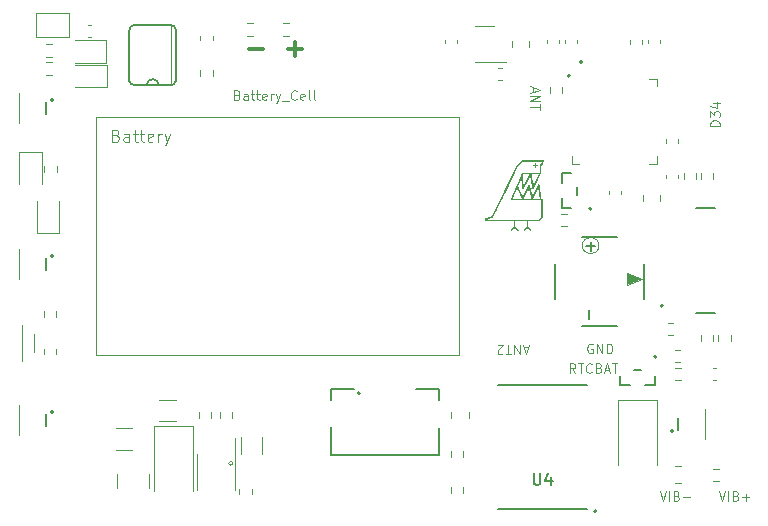
<source format=gbr>
%TF.GenerationSoftware,KiCad,Pcbnew,7.0.9*%
%TF.CreationDate,2024-04-19T00:42:05+03:00*%
%TF.ProjectId,DRM_Watch_V3,44524d5f-5761-4746-9368-5f56332e6b69,rev?*%
%TF.SameCoordinates,Original*%
%TF.FileFunction,Legend,Top*%
%TF.FilePolarity,Positive*%
%FSLAX46Y46*%
G04 Gerber Fmt 4.6, Leading zero omitted, Abs format (unit mm)*
G04 Created by KiCad (PCBNEW 7.0.9) date 2024-04-19 00:42:05*
%MOMM*%
%LPD*%
G01*
G04 APERTURE LIST*
%ADD10C,0.150000*%
%ADD11C,0.100000*%
%ADD12C,0.125000*%
%ADD13C,0.300000*%
%ADD14C,0.120000*%
%ADD15C,0.127000*%
%ADD16C,0.200000*%
%ADD17C,0.152400*%
%ADD18C,0.050800*%
%ADD19C,0.177000*%
G04 APERTURE END LIST*
D10*
X114759815Y-69974518D02*
X114759815Y-69210118D01*
X114557751Y-63824396D02*
X115321612Y-63824396D01*
X114939681Y-64206326D02*
X114939681Y-63442465D01*
D11*
X109646830Y-72363676D02*
X109265877Y-72363676D01*
X109723020Y-72135104D02*
X109456353Y-72935104D01*
X109456353Y-72935104D02*
X109189687Y-72135104D01*
X108923020Y-72135104D02*
X108923020Y-72935104D01*
X108923020Y-72935104D02*
X108465877Y-72135104D01*
X108465877Y-72135104D02*
X108465877Y-72935104D01*
X108199211Y-72935104D02*
X107742068Y-72935104D01*
X107970640Y-72135104D02*
X107970640Y-72935104D01*
X107513497Y-72858914D02*
X107475401Y-72897009D01*
X107475401Y-72897009D02*
X107399211Y-72935104D01*
X107399211Y-72935104D02*
X107208735Y-72935104D01*
X107208735Y-72935104D02*
X107132544Y-72897009D01*
X107132544Y-72897009D02*
X107094449Y-72858914D01*
X107094449Y-72858914D02*
X107056354Y-72782723D01*
X107056354Y-72782723D02*
X107056354Y-72706533D01*
X107056354Y-72706533D02*
X107094449Y-72592247D01*
X107094449Y-72592247D02*
X107551592Y-72135104D01*
X107551592Y-72135104D02*
X107056354Y-72135104D01*
X125864895Y-53608734D02*
X125064895Y-53608734D01*
X125064895Y-53608734D02*
X125064895Y-53418258D01*
X125064895Y-53418258D02*
X125102990Y-53303972D01*
X125102990Y-53303972D02*
X125179180Y-53227782D01*
X125179180Y-53227782D02*
X125255371Y-53189687D01*
X125255371Y-53189687D02*
X125407752Y-53151591D01*
X125407752Y-53151591D02*
X125522038Y-53151591D01*
X125522038Y-53151591D02*
X125674419Y-53189687D01*
X125674419Y-53189687D02*
X125750609Y-53227782D01*
X125750609Y-53227782D02*
X125826800Y-53303972D01*
X125826800Y-53303972D02*
X125864895Y-53418258D01*
X125864895Y-53418258D02*
X125864895Y-53608734D01*
X125064895Y-52884925D02*
X125064895Y-52389687D01*
X125064895Y-52389687D02*
X125369657Y-52656353D01*
X125369657Y-52656353D02*
X125369657Y-52542068D01*
X125369657Y-52542068D02*
X125407752Y-52465877D01*
X125407752Y-52465877D02*
X125445847Y-52427782D01*
X125445847Y-52427782D02*
X125522038Y-52389687D01*
X125522038Y-52389687D02*
X125712514Y-52389687D01*
X125712514Y-52389687D02*
X125788704Y-52427782D01*
X125788704Y-52427782D02*
X125826800Y-52465877D01*
X125826800Y-52465877D02*
X125864895Y-52542068D01*
X125864895Y-52542068D02*
X125864895Y-52770639D01*
X125864895Y-52770639D02*
X125826800Y-52846830D01*
X125826800Y-52846830D02*
X125788704Y-52884925D01*
X125331561Y-51703972D02*
X125864895Y-51703972D01*
X125026800Y-51894448D02*
X125598228Y-52084925D01*
X125598228Y-52084925D02*
X125598228Y-51589686D01*
D12*
X85014189Y-50998547D02*
X85128475Y-51036642D01*
X85128475Y-51036642D02*
X85166570Y-51074738D01*
X85166570Y-51074738D02*
X85204666Y-51150928D01*
X85204666Y-51150928D02*
X85204666Y-51265214D01*
X85204666Y-51265214D02*
X85166570Y-51341404D01*
X85166570Y-51341404D02*
X85128475Y-51379500D01*
X85128475Y-51379500D02*
X85052285Y-51417595D01*
X85052285Y-51417595D02*
X84747523Y-51417595D01*
X84747523Y-51417595D02*
X84747523Y-50617595D01*
X84747523Y-50617595D02*
X85014189Y-50617595D01*
X85014189Y-50617595D02*
X85090380Y-50655690D01*
X85090380Y-50655690D02*
X85128475Y-50693785D01*
X85128475Y-50693785D02*
X85166570Y-50769976D01*
X85166570Y-50769976D02*
X85166570Y-50846166D01*
X85166570Y-50846166D02*
X85128475Y-50922357D01*
X85128475Y-50922357D02*
X85090380Y-50960452D01*
X85090380Y-50960452D02*
X85014189Y-50998547D01*
X85014189Y-50998547D02*
X84747523Y-50998547D01*
X85890380Y-51417595D02*
X85890380Y-50998547D01*
X85890380Y-50998547D02*
X85852285Y-50922357D01*
X85852285Y-50922357D02*
X85776094Y-50884261D01*
X85776094Y-50884261D02*
X85623713Y-50884261D01*
X85623713Y-50884261D02*
X85547523Y-50922357D01*
X85890380Y-51379500D02*
X85814189Y-51417595D01*
X85814189Y-51417595D02*
X85623713Y-51417595D01*
X85623713Y-51417595D02*
X85547523Y-51379500D01*
X85547523Y-51379500D02*
X85509427Y-51303309D01*
X85509427Y-51303309D02*
X85509427Y-51227119D01*
X85509427Y-51227119D02*
X85547523Y-51150928D01*
X85547523Y-51150928D02*
X85623713Y-51112833D01*
X85623713Y-51112833D02*
X85814189Y-51112833D01*
X85814189Y-51112833D02*
X85890380Y-51074738D01*
X86157047Y-50884261D02*
X86461809Y-50884261D01*
X86271333Y-50617595D02*
X86271333Y-51303309D01*
X86271333Y-51303309D02*
X86309428Y-51379500D01*
X86309428Y-51379500D02*
X86385618Y-51417595D01*
X86385618Y-51417595D02*
X86461809Y-51417595D01*
X86614190Y-50884261D02*
X86918952Y-50884261D01*
X86728476Y-50617595D02*
X86728476Y-51303309D01*
X86728476Y-51303309D02*
X86766571Y-51379500D01*
X86766571Y-51379500D02*
X86842761Y-51417595D01*
X86842761Y-51417595D02*
X86918952Y-51417595D01*
X87490381Y-51379500D02*
X87414190Y-51417595D01*
X87414190Y-51417595D02*
X87261809Y-51417595D01*
X87261809Y-51417595D02*
X87185619Y-51379500D01*
X87185619Y-51379500D02*
X87147523Y-51303309D01*
X87147523Y-51303309D02*
X87147523Y-50998547D01*
X87147523Y-50998547D02*
X87185619Y-50922357D01*
X87185619Y-50922357D02*
X87261809Y-50884261D01*
X87261809Y-50884261D02*
X87414190Y-50884261D01*
X87414190Y-50884261D02*
X87490381Y-50922357D01*
X87490381Y-50922357D02*
X87528476Y-50998547D01*
X87528476Y-50998547D02*
X87528476Y-51074738D01*
X87528476Y-51074738D02*
X87147523Y-51150928D01*
X87871333Y-51417595D02*
X87871333Y-50884261D01*
X87871333Y-51036642D02*
X87909428Y-50960452D01*
X87909428Y-50960452D02*
X87947523Y-50922357D01*
X87947523Y-50922357D02*
X88023714Y-50884261D01*
X88023714Y-50884261D02*
X88099904Y-50884261D01*
X88290380Y-50884261D02*
X88480856Y-51417595D01*
X88671333Y-50884261D02*
X88480856Y-51417595D01*
X88480856Y-51417595D02*
X88404666Y-51608071D01*
X88404666Y-51608071D02*
X88366571Y-51646166D01*
X88366571Y-51646166D02*
X88290380Y-51684261D01*
X88785619Y-51493785D02*
X89395142Y-51493785D01*
X90042762Y-51341404D02*
X90004666Y-51379500D01*
X90004666Y-51379500D02*
X89890381Y-51417595D01*
X89890381Y-51417595D02*
X89814190Y-51417595D01*
X89814190Y-51417595D02*
X89699904Y-51379500D01*
X89699904Y-51379500D02*
X89623714Y-51303309D01*
X89623714Y-51303309D02*
X89585619Y-51227119D01*
X89585619Y-51227119D02*
X89547523Y-51074738D01*
X89547523Y-51074738D02*
X89547523Y-50960452D01*
X89547523Y-50960452D02*
X89585619Y-50808071D01*
X89585619Y-50808071D02*
X89623714Y-50731880D01*
X89623714Y-50731880D02*
X89699904Y-50655690D01*
X89699904Y-50655690D02*
X89814190Y-50617595D01*
X89814190Y-50617595D02*
X89890381Y-50617595D01*
X89890381Y-50617595D02*
X90004666Y-50655690D01*
X90004666Y-50655690D02*
X90042762Y-50693785D01*
X90690381Y-51379500D02*
X90614190Y-51417595D01*
X90614190Y-51417595D02*
X90461809Y-51417595D01*
X90461809Y-51417595D02*
X90385619Y-51379500D01*
X90385619Y-51379500D02*
X90347523Y-51303309D01*
X90347523Y-51303309D02*
X90347523Y-50998547D01*
X90347523Y-50998547D02*
X90385619Y-50922357D01*
X90385619Y-50922357D02*
X90461809Y-50884261D01*
X90461809Y-50884261D02*
X90614190Y-50884261D01*
X90614190Y-50884261D02*
X90690381Y-50922357D01*
X90690381Y-50922357D02*
X90728476Y-50998547D01*
X90728476Y-50998547D02*
X90728476Y-51074738D01*
X90728476Y-51074738D02*
X90347523Y-51150928D01*
X91185618Y-51417595D02*
X91109428Y-51379500D01*
X91109428Y-51379500D02*
X91071333Y-51303309D01*
X91071333Y-51303309D02*
X91071333Y-50617595D01*
X91604666Y-51417595D02*
X91528476Y-51379500D01*
X91528476Y-51379500D02*
X91490381Y-51303309D01*
X91490381Y-51303309D02*
X91490381Y-50617595D01*
D13*
X86025510Y-47108400D02*
X87168368Y-47108400D01*
X89327510Y-47108400D02*
X90470368Y-47108400D01*
X89898939Y-47679828D02*
X89898939Y-46536971D01*
D11*
X120776979Y-84564895D02*
X121043646Y-85364895D01*
X121043646Y-85364895D02*
X121310312Y-84564895D01*
X121576979Y-85364895D02*
X121576979Y-84564895D01*
X122224597Y-84945847D02*
X122338883Y-84983942D01*
X122338883Y-84983942D02*
X122376978Y-85022038D01*
X122376978Y-85022038D02*
X122415074Y-85098228D01*
X122415074Y-85098228D02*
X122415074Y-85212514D01*
X122415074Y-85212514D02*
X122376978Y-85288704D01*
X122376978Y-85288704D02*
X122338883Y-85326800D01*
X122338883Y-85326800D02*
X122262693Y-85364895D01*
X122262693Y-85364895D02*
X121957931Y-85364895D01*
X121957931Y-85364895D02*
X121957931Y-84564895D01*
X121957931Y-84564895D02*
X122224597Y-84564895D01*
X122224597Y-84564895D02*
X122300788Y-84602990D01*
X122300788Y-84602990D02*
X122338883Y-84641085D01*
X122338883Y-84641085D02*
X122376978Y-84717276D01*
X122376978Y-84717276D02*
X122376978Y-84793466D01*
X122376978Y-84793466D02*
X122338883Y-84869657D01*
X122338883Y-84869657D02*
X122300788Y-84907752D01*
X122300788Y-84907752D02*
X122224597Y-84945847D01*
X122224597Y-84945847D02*
X121957931Y-84945847D01*
X122757931Y-85060133D02*
X123367455Y-85060133D01*
D10*
X110109095Y-83020819D02*
X110109095Y-83830342D01*
X110109095Y-83830342D02*
X110156714Y-83925580D01*
X110156714Y-83925580D02*
X110204333Y-83973200D01*
X110204333Y-83973200D02*
X110299571Y-84020819D01*
X110299571Y-84020819D02*
X110490047Y-84020819D01*
X110490047Y-84020819D02*
X110585285Y-83973200D01*
X110585285Y-83973200D02*
X110632904Y-83925580D01*
X110632904Y-83925580D02*
X110680523Y-83830342D01*
X110680523Y-83830342D02*
X110680523Y-83020819D01*
X111585285Y-83354152D02*
X111585285Y-84020819D01*
X111347190Y-82973200D02*
X111109095Y-83687485D01*
X111109095Y-83687485D02*
X111728142Y-83687485D01*
D11*
X113630844Y-74531758D02*
X113364177Y-74150805D01*
X113173701Y-74531758D02*
X113173701Y-73731758D01*
X113173701Y-73731758D02*
X113478463Y-73731758D01*
X113478463Y-73731758D02*
X113554653Y-73769853D01*
X113554653Y-73769853D02*
X113592748Y-73807948D01*
X113592748Y-73807948D02*
X113630844Y-73884139D01*
X113630844Y-73884139D02*
X113630844Y-73998424D01*
X113630844Y-73998424D02*
X113592748Y-74074615D01*
X113592748Y-74074615D02*
X113554653Y-74112710D01*
X113554653Y-74112710D02*
X113478463Y-74150805D01*
X113478463Y-74150805D02*
X113173701Y-74150805D01*
X113859415Y-73731758D02*
X114316558Y-73731758D01*
X114087986Y-74531758D02*
X114087986Y-73731758D01*
X115040368Y-74455567D02*
X115002272Y-74493663D01*
X115002272Y-74493663D02*
X114887987Y-74531758D01*
X114887987Y-74531758D02*
X114811796Y-74531758D01*
X114811796Y-74531758D02*
X114697510Y-74493663D01*
X114697510Y-74493663D02*
X114621320Y-74417472D01*
X114621320Y-74417472D02*
X114583225Y-74341282D01*
X114583225Y-74341282D02*
X114545129Y-74188901D01*
X114545129Y-74188901D02*
X114545129Y-74074615D01*
X114545129Y-74074615D02*
X114583225Y-73922234D01*
X114583225Y-73922234D02*
X114621320Y-73846043D01*
X114621320Y-73846043D02*
X114697510Y-73769853D01*
X114697510Y-73769853D02*
X114811796Y-73731758D01*
X114811796Y-73731758D02*
X114887987Y-73731758D01*
X114887987Y-73731758D02*
X115002272Y-73769853D01*
X115002272Y-73769853D02*
X115040368Y-73807948D01*
X115649891Y-74112710D02*
X115764177Y-74150805D01*
X115764177Y-74150805D02*
X115802272Y-74188901D01*
X115802272Y-74188901D02*
X115840368Y-74265091D01*
X115840368Y-74265091D02*
X115840368Y-74379377D01*
X115840368Y-74379377D02*
X115802272Y-74455567D01*
X115802272Y-74455567D02*
X115764177Y-74493663D01*
X115764177Y-74493663D02*
X115687987Y-74531758D01*
X115687987Y-74531758D02*
X115383225Y-74531758D01*
X115383225Y-74531758D02*
X115383225Y-73731758D01*
X115383225Y-73731758D02*
X115649891Y-73731758D01*
X115649891Y-73731758D02*
X115726082Y-73769853D01*
X115726082Y-73769853D02*
X115764177Y-73807948D01*
X115764177Y-73807948D02*
X115802272Y-73884139D01*
X115802272Y-73884139D02*
X115802272Y-73960329D01*
X115802272Y-73960329D02*
X115764177Y-74036520D01*
X115764177Y-74036520D02*
X115726082Y-74074615D01*
X115726082Y-74074615D02*
X115649891Y-74112710D01*
X115649891Y-74112710D02*
X115383225Y-74112710D01*
X116145129Y-74303186D02*
X116526082Y-74303186D01*
X116068939Y-74531758D02*
X116335606Y-73731758D01*
X116335606Y-73731758D02*
X116602272Y-74531758D01*
X116754653Y-73731758D02*
X117211796Y-73731758D01*
X116983224Y-74531758D02*
X116983224Y-73731758D01*
X110057550Y-50353169D02*
X110057550Y-50734122D01*
X109828978Y-50276979D02*
X110628978Y-50543646D01*
X110628978Y-50543646D02*
X109828978Y-50810312D01*
X109828978Y-51076979D02*
X110628978Y-51076979D01*
X110628978Y-51076979D02*
X109828978Y-51534122D01*
X109828978Y-51534122D02*
X110628978Y-51534122D01*
X110628978Y-51800788D02*
X110628978Y-52257931D01*
X109828978Y-52029359D02*
X110628978Y-52029359D01*
X125776979Y-84564895D02*
X126043646Y-85364895D01*
X126043646Y-85364895D02*
X126310312Y-84564895D01*
X126576979Y-85364895D02*
X126576979Y-84564895D01*
X127224597Y-84945847D02*
X127338883Y-84983942D01*
X127338883Y-84983942D02*
X127376978Y-85022038D01*
X127376978Y-85022038D02*
X127415074Y-85098228D01*
X127415074Y-85098228D02*
X127415074Y-85212514D01*
X127415074Y-85212514D02*
X127376978Y-85288704D01*
X127376978Y-85288704D02*
X127338883Y-85326800D01*
X127338883Y-85326800D02*
X127262693Y-85364895D01*
X127262693Y-85364895D02*
X126957931Y-85364895D01*
X126957931Y-85364895D02*
X126957931Y-84564895D01*
X126957931Y-84564895D02*
X127224597Y-84564895D01*
X127224597Y-84564895D02*
X127300788Y-84602990D01*
X127300788Y-84602990D02*
X127338883Y-84641085D01*
X127338883Y-84641085D02*
X127376978Y-84717276D01*
X127376978Y-84717276D02*
X127376978Y-84793466D01*
X127376978Y-84793466D02*
X127338883Y-84869657D01*
X127338883Y-84869657D02*
X127300788Y-84907752D01*
X127300788Y-84907752D02*
X127224597Y-84945847D01*
X127224597Y-84945847D02*
X126957931Y-84945847D01*
X127757931Y-85060133D02*
X128367455Y-85060133D01*
X128062693Y-85364895D02*
X128062693Y-84755371D01*
X115099074Y-72083081D02*
X115022884Y-72044986D01*
X115022884Y-72044986D02*
X114908598Y-72044986D01*
X114908598Y-72044986D02*
X114794312Y-72083081D01*
X114794312Y-72083081D02*
X114718122Y-72159271D01*
X114718122Y-72159271D02*
X114680027Y-72235462D01*
X114680027Y-72235462D02*
X114641931Y-72387843D01*
X114641931Y-72387843D02*
X114641931Y-72502129D01*
X114641931Y-72502129D02*
X114680027Y-72654510D01*
X114680027Y-72654510D02*
X114718122Y-72730700D01*
X114718122Y-72730700D02*
X114794312Y-72806891D01*
X114794312Y-72806891D02*
X114908598Y-72844986D01*
X114908598Y-72844986D02*
X114984789Y-72844986D01*
X114984789Y-72844986D02*
X115099074Y-72806891D01*
X115099074Y-72806891D02*
X115137170Y-72768795D01*
X115137170Y-72768795D02*
X115137170Y-72502129D01*
X115137170Y-72502129D02*
X114984789Y-72502129D01*
X115480027Y-72844986D02*
X115480027Y-72044986D01*
X115480027Y-72044986D02*
X115937170Y-72844986D01*
X115937170Y-72844986D02*
X115937170Y-72044986D01*
X116318122Y-72844986D02*
X116318122Y-72044986D01*
X116318122Y-72044986D02*
X116508598Y-72044986D01*
X116508598Y-72044986D02*
X116622884Y-72083081D01*
X116622884Y-72083081D02*
X116699074Y-72159271D01*
X116699074Y-72159271D02*
X116737169Y-72235462D01*
X116737169Y-72235462D02*
X116775265Y-72387843D01*
X116775265Y-72387843D02*
X116775265Y-72502129D01*
X116775265Y-72502129D02*
X116737169Y-72654510D01*
X116737169Y-72654510D02*
X116699074Y-72730700D01*
X116699074Y-72730700D02*
X116622884Y-72806891D01*
X116622884Y-72806891D02*
X116508598Y-72844986D01*
X116508598Y-72844986D02*
X116318122Y-72844986D01*
X74763570Y-54416609D02*
X74906427Y-54464228D01*
X74906427Y-54464228D02*
X74954046Y-54511847D01*
X74954046Y-54511847D02*
X75001665Y-54607085D01*
X75001665Y-54607085D02*
X75001665Y-54749942D01*
X75001665Y-54749942D02*
X74954046Y-54845180D01*
X74954046Y-54845180D02*
X74906427Y-54892800D01*
X74906427Y-54892800D02*
X74811189Y-54940419D01*
X74811189Y-54940419D02*
X74430237Y-54940419D01*
X74430237Y-54940419D02*
X74430237Y-53940419D01*
X74430237Y-53940419D02*
X74763570Y-53940419D01*
X74763570Y-53940419D02*
X74858808Y-53988038D01*
X74858808Y-53988038D02*
X74906427Y-54035657D01*
X74906427Y-54035657D02*
X74954046Y-54130895D01*
X74954046Y-54130895D02*
X74954046Y-54226133D01*
X74954046Y-54226133D02*
X74906427Y-54321371D01*
X74906427Y-54321371D02*
X74858808Y-54368990D01*
X74858808Y-54368990D02*
X74763570Y-54416609D01*
X74763570Y-54416609D02*
X74430237Y-54416609D01*
X75858808Y-54940419D02*
X75858808Y-54416609D01*
X75858808Y-54416609D02*
X75811189Y-54321371D01*
X75811189Y-54321371D02*
X75715951Y-54273752D01*
X75715951Y-54273752D02*
X75525475Y-54273752D01*
X75525475Y-54273752D02*
X75430237Y-54321371D01*
X75858808Y-54892800D02*
X75763570Y-54940419D01*
X75763570Y-54940419D02*
X75525475Y-54940419D01*
X75525475Y-54940419D02*
X75430237Y-54892800D01*
X75430237Y-54892800D02*
X75382618Y-54797561D01*
X75382618Y-54797561D02*
X75382618Y-54702323D01*
X75382618Y-54702323D02*
X75430237Y-54607085D01*
X75430237Y-54607085D02*
X75525475Y-54559466D01*
X75525475Y-54559466D02*
X75763570Y-54559466D01*
X75763570Y-54559466D02*
X75858808Y-54511847D01*
X76192142Y-54273752D02*
X76573094Y-54273752D01*
X76334999Y-53940419D02*
X76334999Y-54797561D01*
X76334999Y-54797561D02*
X76382618Y-54892800D01*
X76382618Y-54892800D02*
X76477856Y-54940419D01*
X76477856Y-54940419D02*
X76573094Y-54940419D01*
X76763571Y-54273752D02*
X77144523Y-54273752D01*
X76906428Y-53940419D02*
X76906428Y-54797561D01*
X76906428Y-54797561D02*
X76954047Y-54892800D01*
X76954047Y-54892800D02*
X77049285Y-54940419D01*
X77049285Y-54940419D02*
X77144523Y-54940419D01*
X77858809Y-54892800D02*
X77763571Y-54940419D01*
X77763571Y-54940419D02*
X77573095Y-54940419D01*
X77573095Y-54940419D02*
X77477857Y-54892800D01*
X77477857Y-54892800D02*
X77430238Y-54797561D01*
X77430238Y-54797561D02*
X77430238Y-54416609D01*
X77430238Y-54416609D02*
X77477857Y-54321371D01*
X77477857Y-54321371D02*
X77573095Y-54273752D01*
X77573095Y-54273752D02*
X77763571Y-54273752D01*
X77763571Y-54273752D02*
X77858809Y-54321371D01*
X77858809Y-54321371D02*
X77906428Y-54416609D01*
X77906428Y-54416609D02*
X77906428Y-54511847D01*
X77906428Y-54511847D02*
X77430238Y-54607085D01*
X78335000Y-54940419D02*
X78335000Y-54273752D01*
X78335000Y-54464228D02*
X78382619Y-54368990D01*
X78382619Y-54368990D02*
X78430238Y-54321371D01*
X78430238Y-54321371D02*
X78525476Y-54273752D01*
X78525476Y-54273752D02*
X78620714Y-54273752D01*
X78858810Y-54273752D02*
X79096905Y-54940419D01*
X79335000Y-54273752D02*
X79096905Y-54940419D01*
X79096905Y-54940419D02*
X79001667Y-55178514D01*
X79001667Y-55178514D02*
X78954048Y-55226133D01*
X78954048Y-55226133D02*
X78858810Y-55273752D01*
D14*
%TO.C,R3*%
X124285802Y-71826985D02*
X124285802Y-71352469D01*
X125330802Y-71826985D02*
X125330802Y-71352469D01*
D11*
%TO.C,D2*%
X66802000Y-73484000D02*
X66802000Y-70436000D01*
X67818000Y-72722000D02*
X67818000Y-71198000D01*
D14*
%TO.C,C18*%
X87143000Y-79933748D02*
X87143000Y-81356252D01*
X85323000Y-79933748D02*
X85323000Y-81356252D01*
D15*
%TO.C,LS1*%
X114201681Y-63048319D02*
X117201681Y-63048319D01*
X119451681Y-68298319D02*
X119451681Y-65298319D01*
X111951681Y-68298319D02*
X111951681Y-65298319D01*
X117201681Y-70548319D02*
X114201681Y-70548319D01*
D11*
X115639681Y-63750319D02*
G75*
G03*
X115639681Y-63750319I-700000J0D01*
G01*
X119257681Y-66544319D02*
X117987681Y-67052319D01*
X117987681Y-66036319D01*
X119257681Y-66544319D01*
G36*
X119257681Y-66544319D02*
G01*
X117987681Y-67052319D01*
X117987681Y-66036319D01*
X119257681Y-66544319D01*
G37*
D14*
%TO.C,R14*%
X123856361Y-57646848D02*
X123856361Y-58121364D01*
X122811361Y-57646848D02*
X122811361Y-58121364D01*
%TO.C,R6*%
X68639506Y-72965680D02*
X68639506Y-72491164D01*
X69684506Y-72965680D02*
X69684506Y-72491164D01*
%TO.C,R23*%
X125327535Y-82650725D02*
X125802051Y-82650725D01*
X125327535Y-83695725D02*
X125802051Y-83695725D01*
%TO.C,C5*%
X119757524Y-46640580D02*
X119757524Y-46359420D01*
X120777524Y-46640580D02*
X120777524Y-46359420D01*
%TO.C,R19*%
X104154500Y-81169742D02*
X104154500Y-81644258D01*
X103109500Y-81169742D02*
X103109500Y-81644258D01*
%TO.C,C15*%
X112297761Y-46320470D02*
X112297761Y-46601630D01*
X111277761Y-46320470D02*
X111277761Y-46601630D01*
%TO.C,R9*%
X82945500Y-48911742D02*
X82945500Y-49386258D01*
X81900500Y-48911742D02*
X81900500Y-49386258D01*
%TO.C,D3*%
X73936123Y-48303045D02*
X73936123Y-46383045D01*
X73936123Y-46383045D02*
X71251123Y-46383045D01*
X71251123Y-48303045D02*
X73936123Y-48303045D01*
D11*
%TO.C,S2*%
X66548000Y-64008000D02*
X66548000Y-66548000D01*
D15*
X68834000Y-64770000D02*
X68834000Y-65786000D01*
D16*
X69469000Y-64643000D02*
G75*
G03*
X69469000Y-64643000I-127000J0D01*
G01*
D14*
%TO.C,C9*%
X108256132Y-46950085D02*
X108256132Y-46427581D01*
X109726132Y-46950085D02*
X109726132Y-46427581D01*
D15*
%TO.C,Q1*%
X113780631Y-59429091D02*
X113780631Y-58769091D01*
X112480631Y-60559091D02*
X113255631Y-60559091D01*
X112480631Y-59719091D02*
X112480631Y-60559091D01*
X112480631Y-58479091D02*
X112480631Y-57639091D01*
X112480631Y-57639091D02*
X113255631Y-57639091D01*
D16*
X115008631Y-60623091D02*
G75*
G03*
X115008631Y-60623091I-100000J0D01*
G01*
D14*
%TO.C,R21*%
X85202500Y-84819258D02*
X85202500Y-84344742D01*
X86247500Y-84819258D02*
X86247500Y-84344742D01*
%TO.C,C6*%
X102639132Y-46604413D02*
X102639132Y-46323253D01*
X103659132Y-46604413D02*
X103659132Y-46323253D01*
%TO.C,R17*%
X84596500Y-77867742D02*
X84596500Y-78342258D01*
X83551500Y-77867742D02*
X83551500Y-78342258D01*
%TO.C,C4*%
X117510000Y-59134420D02*
X117510000Y-59415580D01*
X116490000Y-59134420D02*
X116490000Y-59415580D01*
D17*
%TO.C,U3*%
X76276200Y-50165000D02*
X77343000Y-50165000D01*
X77343000Y-50165000D02*
X78359000Y-50165000D01*
X78359000Y-50165000D02*
X79425800Y-50165000D01*
D18*
X79451200Y-50165000D02*
X79451200Y-45085000D01*
D17*
X79806800Y-49784000D02*
X79806800Y-45466000D01*
X75895200Y-45466000D02*
X75895200Y-49784000D01*
X79425800Y-45085000D02*
X76276200Y-45085000D01*
X75895200Y-49784000D02*
G75*
G03*
X76276200Y-50165000I380999J-1D01*
G01*
X78359000Y-50165000D02*
G75*
G03*
X77343000Y-50165000I-508000J0D01*
G01*
X79425800Y-50165000D02*
G75*
G03*
X79806800Y-49784000I1J380999D01*
G01*
X76276200Y-45085000D02*
G75*
G03*
X75895200Y-45466000I0J-381000D01*
G01*
X79806800Y-45466000D02*
G75*
G03*
X79425800Y-45085000I-381000J0D01*
G01*
D14*
%TO.C,D6*%
X81279000Y-79008000D02*
X77979000Y-79008000D01*
X81279000Y-79008000D02*
X81279000Y-84518000D01*
X77979000Y-79008000D02*
X77979000Y-84518000D01*
D11*
%TO.C,S1*%
X66548000Y-50800000D02*
X66548000Y-53340000D01*
D15*
X68834000Y-51562000D02*
X68834000Y-52578000D01*
D16*
X69469000Y-51435000D02*
G75*
G03*
X69469000Y-51435000I-127000J0D01*
G01*
D14*
%TO.C,C12*%
X81905870Y-46315462D02*
X81905870Y-46034302D01*
X82925870Y-46315462D02*
X82925870Y-46034302D01*
D15*
%TO.C,J2*%
X92986000Y-75880000D02*
X92986000Y-76860000D01*
X92986000Y-79140000D02*
X92986000Y-81470000D01*
X94916000Y-75880000D02*
X92986000Y-75880000D01*
X100126000Y-75880000D02*
X102086000Y-75880000D01*
X102086000Y-75880000D02*
X102086000Y-76850000D01*
X102086000Y-79170000D02*
X102086000Y-81470000D01*
X102086000Y-81480000D02*
X92986000Y-81480000D01*
X95396000Y-76250000D02*
G75*
G03*
X95396000Y-76250000I-110000J0D01*
G01*
D14*
%TO.C,C7*%
X121311319Y-55025762D02*
X121311319Y-54744602D01*
X122331319Y-55025762D02*
X122331319Y-54744602D01*
%TO.C,D7*%
X120542631Y-76855111D02*
X117242631Y-76855111D01*
X120542631Y-76855111D02*
X120542631Y-82365111D01*
X117242631Y-76855111D02*
X117242631Y-82365111D01*
%TO.C,C14*%
X125586517Y-75132765D02*
X125305357Y-75132765D01*
X125586517Y-74112765D02*
X125305357Y-74112765D01*
%TO.C,C3*%
X119300503Y-46373636D02*
X119300503Y-46654796D01*
X118280503Y-46373636D02*
X118280503Y-46654796D01*
%TO.C,C19*%
X122094315Y-82392639D02*
X122616819Y-82392639D01*
X122094315Y-83862639D02*
X122616819Y-83862639D01*
%TO.C,R7*%
X68850742Y-46721500D02*
X69325258Y-46721500D01*
X68850742Y-47766500D02*
X69325258Y-47766500D01*
D11*
%TO.C,S4*%
X66548000Y-77216000D02*
X66548000Y-79756000D01*
D15*
X68834000Y-77978000D02*
X68834000Y-78994000D01*
D16*
X69469000Y-77851000D02*
G75*
G03*
X69469000Y-77851000I-127000J0D01*
G01*
D14*
%TO.C,JP1*%
X67942000Y-44085000D02*
X70742000Y-44085000D01*
X67942000Y-46085000D02*
X67942000Y-44085000D01*
X70742000Y-44085000D02*
X70742000Y-46085000D01*
X70742000Y-46085000D02*
X67942000Y-46085000D01*
%TO.C,C13*%
X107122831Y-48680065D02*
X107403991Y-48680065D01*
X107122831Y-49700065D02*
X107403991Y-49700065D01*
D15*
%TO.C,U4*%
X114671000Y-86022000D02*
X107071000Y-86022000D01*
X114671000Y-75522000D02*
X107071000Y-75522000D01*
D16*
X115416000Y-86233000D02*
G75*
G03*
X115416000Y-86233000I-100000J0D01*
G01*
D14*
%TO.C,R10*%
X69672851Y-69297706D02*
X69672851Y-69772222D01*
X68627851Y-69297706D02*
X68627851Y-69772222D01*
%TO.C,C10*%
X103151000Y-78366252D02*
X103151000Y-77843748D01*
X104621000Y-78366252D02*
X104621000Y-77843748D01*
%TO.C,D1*%
X68460000Y-55815000D02*
X66540000Y-55815000D01*
X66540000Y-55815000D02*
X66540000Y-58500000D01*
X68460000Y-58500000D02*
X68460000Y-55815000D01*
%TO.C,C11*%
X72657580Y-46103000D02*
X72376420Y-46103000D01*
X72657580Y-45083000D02*
X72376420Y-45083000D01*
%TO.C,U5*%
X84795000Y-82931000D02*
X84795000Y-80006000D01*
X84795000Y-82931000D02*
X84795000Y-84431000D01*
X81575000Y-82931000D02*
X81575000Y-81431000D01*
X81575000Y-82931000D02*
X81575000Y-84431000D01*
D11*
X84634605Y-82169000D02*
G75*
G03*
X84634605Y-82169000I-179605J0D01*
G01*
D14*
%TO.C,C2*%
X113768303Y-46314574D02*
X113768303Y-46595734D01*
X112748303Y-46314574D02*
X112748303Y-46595734D01*
%TO.C,R5*%
X68690558Y-57521539D02*
X68690558Y-57047023D01*
X69735558Y-57521539D02*
X69735558Y-57047023D01*
%TO.C,G\u002A\u002A\u002A*%
G36*
X110288420Y-56774398D02*
G01*
X110296968Y-56775985D01*
X110304841Y-56779315D01*
X110308836Y-56781554D01*
X110323924Y-56793198D01*
X110334911Y-56808197D01*
X110339791Y-56819182D01*
X110341514Y-56824920D01*
X110342604Y-56831493D01*
X110343114Y-56839966D01*
X110343092Y-56851406D01*
X110342590Y-56866878D01*
X110342336Y-56872860D01*
X110340503Y-56914453D01*
X110372982Y-56914453D01*
X110392940Y-56914955D01*
X110408601Y-56916673D01*
X110421050Y-56919919D01*
X110431368Y-56925007D01*
X110440640Y-56932252D01*
X110443323Y-56934836D01*
X110454698Y-56949784D01*
X110461362Y-56966538D01*
X110463314Y-56984155D01*
X110460556Y-57001691D01*
X110453086Y-57018202D01*
X110443323Y-57030438D01*
X110434575Y-57038096D01*
X110425244Y-57043655D01*
X110414283Y-57047410D01*
X110400646Y-57049651D01*
X110383287Y-57050672D01*
X110370490Y-57050821D01*
X110335520Y-57050821D01*
X110335346Y-57059685D01*
X110335093Y-57065958D01*
X110334541Y-57076172D01*
X110333777Y-57088827D01*
X110333026Y-57100342D01*
X110331893Y-57114876D01*
X110330595Y-57125328D01*
X110328842Y-57133071D01*
X110326339Y-57139476D01*
X110323594Y-57144569D01*
X110312123Y-57159149D01*
X110297527Y-57169973D01*
X110280820Y-57176662D01*
X110263015Y-57178834D01*
X110245127Y-57176111D01*
X110242102Y-57175116D01*
X110225541Y-57166386D01*
X110211687Y-57153281D01*
X110205349Y-57144141D01*
X110202461Y-57139040D01*
X110200431Y-57134472D01*
X110199119Y-57129372D01*
X110198383Y-57122675D01*
X110198084Y-57113319D01*
X110198082Y-57100238D01*
X110198169Y-57089686D01*
X110198550Y-57048094D01*
X110154335Y-57048094D01*
X110133248Y-57047847D01*
X110116679Y-57046955D01*
X110103710Y-57045190D01*
X110093422Y-57042322D01*
X110084894Y-57038123D01*
X110077208Y-57032366D01*
X110072257Y-57027710D01*
X110060882Y-57012762D01*
X110054219Y-56996008D01*
X110052266Y-56978392D01*
X110055025Y-56960856D01*
X110062495Y-56944344D01*
X110072257Y-56932109D01*
X110079645Y-56925399D01*
X110087217Y-56920311D01*
X110095859Y-56916630D01*
X110106461Y-56914145D01*
X110119910Y-56912642D01*
X110137092Y-56911907D01*
X110157080Y-56911725D01*
X110204039Y-56911725D01*
X110205913Y-56871497D01*
X110206953Y-56852120D01*
X110208172Y-56837227D01*
X110209784Y-56825848D01*
X110212001Y-56817014D01*
X110215039Y-56809752D01*
X110219108Y-56803094D01*
X110221752Y-56799485D01*
X110234885Y-56786468D01*
X110250924Y-56778058D01*
X110269892Y-56774245D01*
X110276825Y-56773993D01*
X110288420Y-56774398D01*
G37*
G36*
X109340026Y-56506414D02*
G01*
X109369674Y-56506454D01*
X109402572Y-56506522D01*
X109438895Y-56506619D01*
X109478819Y-56506745D01*
X109522520Y-56506900D01*
X109570173Y-56507083D01*
X109621953Y-56507295D01*
X109678036Y-56507534D01*
X109738597Y-56507803D01*
X109803813Y-56508099D01*
X109873857Y-56508424D01*
X109948906Y-56508776D01*
X110029135Y-56509157D01*
X110076824Y-56509385D01*
X110160906Y-56509783D01*
X110239707Y-56510151D01*
X110313401Y-56510492D01*
X110382160Y-56510812D01*
X110446158Y-56511115D01*
X110505570Y-56511405D01*
X110560568Y-56511685D01*
X110611326Y-56511962D01*
X110658017Y-56512237D01*
X110700815Y-56512517D01*
X110739894Y-56512805D01*
X110775427Y-56513106D01*
X110807587Y-56513424D01*
X110836548Y-56513763D01*
X110862484Y-56514127D01*
X110885568Y-56514521D01*
X110905973Y-56514948D01*
X110923874Y-56515415D01*
X110939442Y-56515923D01*
X110952853Y-56516479D01*
X110964280Y-56517085D01*
X110973896Y-56517748D01*
X110981874Y-56518469D01*
X110988388Y-56519255D01*
X110993612Y-56520109D01*
X110997719Y-56521036D01*
X111000883Y-56522039D01*
X111003276Y-56523124D01*
X111005074Y-56524294D01*
X111006449Y-56525553D01*
X111007574Y-56526907D01*
X111008623Y-56528359D01*
X111009770Y-56529913D01*
X111011189Y-56531574D01*
X111012086Y-56532477D01*
X111022818Y-56542686D01*
X111022818Y-56580775D01*
X111022818Y-56618863D01*
X110886759Y-56811168D01*
X110750700Y-57003472D01*
X110748830Y-57331930D01*
X110748547Y-57382527D01*
X110748296Y-57427962D01*
X110748057Y-57468528D01*
X110747814Y-57504516D01*
X110747549Y-57536220D01*
X110747246Y-57563931D01*
X110746885Y-57587944D01*
X110746451Y-57608549D01*
X110745926Y-57626039D01*
X110745292Y-57640707D01*
X110744532Y-57652846D01*
X110743629Y-57662747D01*
X110742565Y-57670704D01*
X110741323Y-57677008D01*
X110739885Y-57681953D01*
X110738234Y-57685831D01*
X110736353Y-57688934D01*
X110734225Y-57691554D01*
X110731831Y-57693985D01*
X110729154Y-57696519D01*
X110727032Y-57698581D01*
X110717051Y-57706566D01*
X110705030Y-57713300D01*
X110693014Y-57717789D01*
X110684820Y-57719095D01*
X110683424Y-57720969D01*
X110680268Y-57726622D01*
X110675316Y-57736125D01*
X110668535Y-57749552D01*
X110659889Y-57766973D01*
X110649344Y-57788462D01*
X110636864Y-57814089D01*
X110622416Y-57843928D01*
X110605964Y-57878051D01*
X110587473Y-57916528D01*
X110566910Y-57959434D01*
X110544238Y-58006839D01*
X110519424Y-58058815D01*
X110492433Y-58115436D01*
X110463229Y-58176772D01*
X110431779Y-58242896D01*
X110398047Y-58313880D01*
X110395522Y-58319195D01*
X110369797Y-58373334D01*
X110344643Y-58426227D01*
X110320166Y-58477656D01*
X110296468Y-58527409D01*
X110273652Y-58575268D01*
X110251821Y-58621019D01*
X110231079Y-58664447D01*
X110211528Y-58705336D01*
X110193272Y-58743470D01*
X110176414Y-58778636D01*
X110161057Y-58810617D01*
X110147304Y-58839198D01*
X110135258Y-58864163D01*
X110125023Y-58885299D01*
X110116701Y-58902388D01*
X110110396Y-58915217D01*
X110106211Y-58923569D01*
X110104248Y-58927230D01*
X110104177Y-58927332D01*
X110091648Y-58939335D01*
X110076854Y-58947075D01*
X110060700Y-58950724D01*
X110044093Y-58950457D01*
X110027940Y-58946447D01*
X110013146Y-58938867D01*
X110000618Y-58927892D01*
X109991262Y-58913695D01*
X109987940Y-58905060D01*
X109987068Y-58900885D01*
X109985399Y-58891595D01*
X109982978Y-58877465D01*
X109979848Y-58858769D01*
X109976054Y-58835780D01*
X109971640Y-58808775D01*
X109966651Y-58778026D01*
X109961130Y-58743809D01*
X109955122Y-58706398D01*
X109948670Y-58666067D01*
X109941820Y-58623091D01*
X109934615Y-58577745D01*
X109927100Y-58530302D01*
X109919318Y-58481037D01*
X109911314Y-58430225D01*
X109904608Y-58387549D01*
X109896499Y-58335904D01*
X109888611Y-58285713D01*
X109880986Y-58237241D01*
X109873666Y-58190751D01*
X109866694Y-58146510D01*
X109860110Y-58104781D01*
X109853956Y-58065829D01*
X109848276Y-58029919D01*
X109843110Y-57997315D01*
X109838500Y-57968282D01*
X109834488Y-57943085D01*
X109831117Y-57921988D01*
X109828428Y-57905256D01*
X109826463Y-57893154D01*
X109825263Y-57885945D01*
X109824875Y-57883861D01*
X109823530Y-57886152D01*
X109819727Y-57893036D01*
X109813581Y-57904296D01*
X109805210Y-57919717D01*
X109794729Y-57939082D01*
X109782255Y-57962174D01*
X109767905Y-57988779D01*
X109751794Y-58018678D01*
X109734039Y-58051657D01*
X109714757Y-58087500D01*
X109694064Y-58125989D01*
X109672076Y-58166909D01*
X109648909Y-58210043D01*
X109624680Y-58255177D01*
X109599506Y-58302092D01*
X109573502Y-58350573D01*
X109546786Y-58400405D01*
X109539489Y-58414018D01*
X109512510Y-58464334D01*
X109486158Y-58513442D01*
X109460553Y-58561120D01*
X109435814Y-58607146D01*
X109412062Y-58651298D01*
X109389416Y-58693354D01*
X109367997Y-58733093D01*
X109347924Y-58770291D01*
X109329317Y-58804728D01*
X109312297Y-58836181D01*
X109296982Y-58864429D01*
X109283493Y-58889250D01*
X109271951Y-58910421D01*
X109262474Y-58927722D01*
X109255183Y-58940929D01*
X109250197Y-58949821D01*
X109247637Y-58954177D01*
X109247404Y-58954514D01*
X109234785Y-58966540D01*
X109219931Y-58974281D01*
X109203748Y-58977909D01*
X109187143Y-58977599D01*
X109171022Y-58973525D01*
X109156291Y-58965859D01*
X109143857Y-58954775D01*
X109134626Y-58940446D01*
X109131559Y-58932333D01*
X109130937Y-58929561D01*
X109130303Y-58925213D01*
X109129645Y-58919056D01*
X109128953Y-58910853D01*
X109128216Y-58900369D01*
X109127423Y-58887370D01*
X109126564Y-58871618D01*
X109125627Y-58852880D01*
X109124602Y-58830920D01*
X109123478Y-58805502D01*
X109122244Y-58776391D01*
X109120889Y-58743352D01*
X109119402Y-58706149D01*
X109117773Y-58664547D01*
X109115991Y-58618311D01*
X109114045Y-58567204D01*
X109111924Y-58510993D01*
X109110861Y-58482691D01*
X109109044Y-58434272D01*
X109107276Y-58387249D01*
X109105567Y-58341917D01*
X109103929Y-58298576D01*
X109102374Y-58257521D01*
X109100913Y-58219050D01*
X109099558Y-58183461D01*
X109098318Y-58151050D01*
X109097207Y-58122116D01*
X109096236Y-58096954D01*
X109095414Y-58075863D01*
X109094755Y-58059140D01*
X109094270Y-58047082D01*
X109093969Y-58039987D01*
X109093878Y-58038183D01*
X109093404Y-58037677D01*
X109092126Y-58039173D01*
X109089953Y-58042877D01*
X109086794Y-58048991D01*
X109082557Y-58057719D01*
X109077152Y-58069264D01*
X109070486Y-58083828D01*
X109062470Y-58101616D01*
X109053012Y-58122831D01*
X109042020Y-58147676D01*
X109029404Y-58176354D01*
X109015071Y-58209069D01*
X108998933Y-58246023D01*
X108980896Y-58287421D01*
X108960869Y-58333465D01*
X108943412Y-58373650D01*
X108925524Y-58414868D01*
X108908230Y-58454758D01*
X108891657Y-58493030D01*
X108875928Y-58529393D01*
X108861170Y-58563555D01*
X108847509Y-58595226D01*
X108835068Y-58624114D01*
X108823974Y-58649927D01*
X108814352Y-58672376D01*
X108806326Y-58691168D01*
X108800024Y-58706013D01*
X108795569Y-58716620D01*
X108793087Y-58722697D01*
X108792594Y-58724063D01*
X108793616Y-58726930D01*
X108796754Y-58734460D01*
X108801872Y-58746348D01*
X108808832Y-58762289D01*
X108817497Y-58781978D01*
X108827729Y-58805111D01*
X108839392Y-58831382D01*
X108852348Y-58860488D01*
X108866459Y-58892123D01*
X108881590Y-58925982D01*
X108897601Y-58961760D01*
X108914357Y-58999154D01*
X108931720Y-59037858D01*
X108949553Y-59077567D01*
X108967718Y-59117977D01*
X108986078Y-59158783D01*
X109004496Y-59199679D01*
X109022836Y-59240362D01*
X109040958Y-59280527D01*
X109058727Y-59319868D01*
X109076006Y-59358081D01*
X109092656Y-59394861D01*
X109108540Y-59429904D01*
X109123522Y-59462904D01*
X109137465Y-59493558D01*
X109150230Y-59521559D01*
X109161681Y-59546604D01*
X109171680Y-59568387D01*
X109180091Y-59586604D01*
X109186776Y-59600950D01*
X109191597Y-59611121D01*
X109194419Y-59616811D01*
X109195084Y-59617938D01*
X109196401Y-59615698D01*
X109199887Y-59608731D01*
X109205434Y-59597268D01*
X109212935Y-59581538D01*
X109222282Y-59561772D01*
X109233368Y-59538200D01*
X109246087Y-59511053D01*
X109260329Y-59480561D01*
X109275989Y-59446953D01*
X109292959Y-59410461D01*
X109311131Y-59371315D01*
X109330398Y-59329744D01*
X109350653Y-59285980D01*
X109371788Y-59240252D01*
X109393697Y-59192791D01*
X109416271Y-59143827D01*
X109431512Y-59110734D01*
X109459214Y-59050554D01*
X109484724Y-58995127D01*
X109508144Y-58944254D01*
X109529572Y-58897737D01*
X109549109Y-58855377D01*
X109566854Y-58816977D01*
X109582907Y-58782338D01*
X109597368Y-58751262D01*
X109610337Y-58723551D01*
X109621913Y-58699007D01*
X109632196Y-58677431D01*
X109641287Y-58658625D01*
X109649283Y-58642391D01*
X109656286Y-58628531D01*
X109662396Y-58616846D01*
X109667711Y-58607139D01*
X109672332Y-58599210D01*
X109676358Y-58592863D01*
X109679889Y-58587898D01*
X109683026Y-58584117D01*
X109685867Y-58581323D01*
X109688512Y-58579317D01*
X109691062Y-58577900D01*
X109693616Y-58576875D01*
X109696273Y-58576043D01*
X109699134Y-58575207D01*
X109701395Y-58574484D01*
X109711426Y-58571757D01*
X109721261Y-58570149D01*
X109724589Y-58569967D01*
X109741675Y-58572477D01*
X109757848Y-58579460D01*
X109771948Y-58590089D01*
X109782815Y-58603540D01*
X109788221Y-58615214D01*
X109789303Y-58619266D01*
X109791568Y-58628349D01*
X109794947Y-58642183D01*
X109799375Y-58660488D01*
X109804786Y-58682986D01*
X109811111Y-58709397D01*
X109818286Y-58739441D01*
X109826242Y-58772838D01*
X109834915Y-58809311D01*
X109844237Y-58848579D01*
X109854141Y-58890362D01*
X109864562Y-58934381D01*
X109875432Y-58980357D01*
X109886686Y-59028011D01*
X109898256Y-59077063D01*
X109901837Y-59092258D01*
X109913453Y-59141530D01*
X109924748Y-59189401D01*
X109935657Y-59235599D01*
X109946116Y-59279851D01*
X109956060Y-59321885D01*
X109965425Y-59361427D01*
X109974145Y-59398206D01*
X109982156Y-59431948D01*
X109989392Y-59462381D01*
X109995790Y-59489232D01*
X110001285Y-59512228D01*
X110005811Y-59531098D01*
X110009305Y-59545567D01*
X110011700Y-59555364D01*
X110012933Y-59560216D01*
X110013075Y-59560689D01*
X110014177Y-59559560D01*
X110016978Y-59554826D01*
X110021523Y-59546398D01*
X110027855Y-59534186D01*
X110036019Y-59518101D01*
X110046059Y-59498054D01*
X110058018Y-59473954D01*
X110071941Y-59445713D01*
X110087871Y-59413241D01*
X110105853Y-59376449D01*
X110125931Y-59335247D01*
X110148149Y-59289545D01*
X110172550Y-59239255D01*
X110199179Y-59184287D01*
X110228079Y-59124550D01*
X110250972Y-59077187D01*
X110274528Y-59028458D01*
X110297503Y-58980980D01*
X110319779Y-58934994D01*
X110341240Y-58890738D01*
X110361770Y-58848449D01*
X110381253Y-58808368D01*
X110399572Y-58770731D01*
X110416610Y-58735778D01*
X110432252Y-58703747D01*
X110446380Y-58674877D01*
X110458879Y-58649405D01*
X110469632Y-58627572D01*
X110478523Y-58609615D01*
X110485435Y-58595772D01*
X110490252Y-58586282D01*
X110492857Y-58581385D01*
X110493225Y-58580800D01*
X110505570Y-58569222D01*
X110521012Y-58561302D01*
X110538319Y-58557376D01*
X110556258Y-58557782D01*
X110567409Y-58560442D01*
X110580656Y-58566911D01*
X110593157Y-58576637D01*
X110603214Y-58588102D01*
X110608025Y-58596676D01*
X110608752Y-58600201D01*
X110610193Y-58608880D01*
X110612312Y-58622461D01*
X110615072Y-58640695D01*
X110618438Y-58663331D01*
X110622374Y-58690120D01*
X110626844Y-58720812D01*
X110631811Y-58755155D01*
X110637241Y-58792901D01*
X110643096Y-58833799D01*
X110649341Y-58877599D01*
X110655941Y-58924051D01*
X110662858Y-58972904D01*
X110670058Y-59023910D01*
X110677503Y-59076816D01*
X110685159Y-59131375D01*
X110692989Y-59187335D01*
X110693916Y-59193970D01*
X110776088Y-59782283D01*
X110806040Y-59783649D01*
X110826093Y-59785356D01*
X110841846Y-59788673D01*
X110854317Y-59793979D01*
X110864520Y-59801657D01*
X110870012Y-59807603D01*
X110871648Y-59809431D01*
X110873172Y-59810933D01*
X110874588Y-59812299D01*
X110875900Y-59813719D01*
X110877113Y-59815383D01*
X110878230Y-59817480D01*
X110879254Y-59820201D01*
X110880191Y-59823735D01*
X110881043Y-59828272D01*
X110881815Y-59834001D01*
X110882511Y-59841113D01*
X110883134Y-59849797D01*
X110883689Y-59860243D01*
X110884180Y-59872641D01*
X110884610Y-59887181D01*
X110884983Y-59904052D01*
X110885303Y-59923444D01*
X110885575Y-59945547D01*
X110885802Y-59970550D01*
X110885987Y-59998645D01*
X110886136Y-60030019D01*
X110886252Y-60064863D01*
X110886338Y-60103368D01*
X110886399Y-60145722D01*
X110886439Y-60192115D01*
X110886461Y-60242738D01*
X110886470Y-60297779D01*
X110886470Y-60357429D01*
X110886463Y-60421878D01*
X110886456Y-60491315D01*
X110886450Y-60565930D01*
X110886449Y-60601857D01*
X110886447Y-60678482D01*
X110886441Y-60749840D01*
X110886429Y-60816123D01*
X110886410Y-60877518D01*
X110886383Y-60934217D01*
X110886348Y-60986407D01*
X110886303Y-61034278D01*
X110886246Y-61078020D01*
X110886178Y-61117821D01*
X110886096Y-61153872D01*
X110886001Y-61186361D01*
X110885890Y-61215477D01*
X110885762Y-61241411D01*
X110885617Y-61264351D01*
X110885454Y-61284487D01*
X110885271Y-61302007D01*
X110885067Y-61317102D01*
X110884841Y-61329960D01*
X110884593Y-61340772D01*
X110884321Y-61349725D01*
X110884023Y-61357011D01*
X110883700Y-61362816D01*
X110883350Y-61367333D01*
X110882971Y-61370748D01*
X110882563Y-61373253D01*
X110882125Y-61375035D01*
X110882053Y-61375263D01*
X110880965Y-61378057D01*
X110879304Y-61381191D01*
X110876805Y-61384942D01*
X110873202Y-61389591D01*
X110868230Y-61395414D01*
X110861625Y-61402692D01*
X110853120Y-61411704D01*
X110842451Y-61422727D01*
X110829353Y-61436042D01*
X110813561Y-61451926D01*
X110794809Y-61470658D01*
X110772833Y-61492518D01*
X110747367Y-61517785D01*
X110733133Y-61531891D01*
X110709539Y-61555208D01*
X110686842Y-61577527D01*
X110665372Y-61598529D01*
X110645461Y-61617896D01*
X110627438Y-61635310D01*
X110611634Y-61650452D01*
X110598381Y-61663004D01*
X110588009Y-61672647D01*
X110580849Y-61679063D01*
X110577296Y-61681896D01*
X110565983Y-61688715D01*
X110108599Y-61689428D01*
X109651215Y-61690141D01*
X109652394Y-61703065D01*
X109652641Y-61707849D01*
X109652986Y-61717630D01*
X109653417Y-61731948D01*
X109653923Y-61750347D01*
X109654492Y-61772369D01*
X109655113Y-61797556D01*
X109655774Y-61825450D01*
X109656463Y-61855593D01*
X109657169Y-61887528D01*
X109657875Y-61920541D01*
X109658585Y-61953658D01*
X109659291Y-61985331D01*
X109659981Y-62015114D01*
X109660643Y-62042564D01*
X109661267Y-62067236D01*
X109661840Y-62088685D01*
X109662350Y-62106467D01*
X109662788Y-62120137D01*
X109663140Y-62129250D01*
X109663395Y-62133362D01*
X109663399Y-62133387D01*
X109664361Y-62135809D01*
X109666867Y-62139598D01*
X109671154Y-62145005D01*
X109677455Y-62152282D01*
X109686009Y-62161681D01*
X109697048Y-62173454D01*
X109710811Y-62187852D01*
X109727531Y-62205127D01*
X109747444Y-62225530D01*
X109770787Y-62249313D01*
X109793696Y-62272572D01*
X109819421Y-62298682D01*
X109841571Y-62321224D01*
X109860422Y-62340494D01*
X109876246Y-62356788D01*
X109889320Y-62370403D01*
X109899917Y-62381636D01*
X109908312Y-62390783D01*
X109914780Y-62398139D01*
X109919595Y-62404003D01*
X109923032Y-62408669D01*
X109925365Y-62412435D01*
X109926869Y-62415597D01*
X109927320Y-62416816D01*
X109931304Y-62436155D01*
X109929984Y-62454699D01*
X109923467Y-62471978D01*
X109911858Y-62487523D01*
X109911060Y-62488332D01*
X109899285Y-62500107D01*
X109863075Y-62500159D01*
X109826866Y-62500210D01*
X109709462Y-62381092D01*
X109592058Y-62261974D01*
X109477635Y-62381016D01*
X109363213Y-62500058D01*
X109317546Y-62500083D01*
X109271880Y-62500107D01*
X109264072Y-62489328D01*
X109254914Y-62472379D01*
X109250795Y-62454287D01*
X109251781Y-62435917D01*
X109257937Y-62418134D01*
X109258565Y-62416929D01*
X109261730Y-62412605D01*
X109268482Y-62404644D01*
X109278584Y-62393302D01*
X109291800Y-62378833D01*
X109307894Y-62361492D01*
X109326629Y-62341533D01*
X109347769Y-62319211D01*
X109371078Y-62294781D01*
X109395259Y-62269598D01*
X109525491Y-62134367D01*
X109525306Y-62094274D01*
X109525169Y-62078703D01*
X109524895Y-62059619D01*
X109524498Y-62037530D01*
X109523993Y-62012947D01*
X109523396Y-61986378D01*
X109522719Y-61958333D01*
X109521979Y-61929322D01*
X109521190Y-61899853D01*
X109520367Y-61870438D01*
X109519525Y-61841584D01*
X109518678Y-61813801D01*
X109517840Y-61787600D01*
X109517028Y-61763488D01*
X109516255Y-61741977D01*
X109515537Y-61723574D01*
X109514888Y-61708790D01*
X109514322Y-61698134D01*
X109513856Y-61692116D01*
X109513628Y-61690943D01*
X109510707Y-61690700D01*
X109502610Y-61690455D01*
X109489616Y-61690208D01*
X109472002Y-61689962D01*
X109450049Y-61689719D01*
X109424033Y-61689479D01*
X109394235Y-61689246D01*
X109360932Y-61689020D01*
X109324403Y-61688805D01*
X109284928Y-61688601D01*
X109242783Y-61688410D01*
X109198249Y-61688235D01*
X109151603Y-61688077D01*
X109103125Y-61687938D01*
X109053092Y-61687820D01*
X109037065Y-61687787D01*
X108562730Y-61686860D01*
X108562860Y-61724607D01*
X108562952Y-61733732D01*
X108563174Y-61747759D01*
X108563514Y-61766136D01*
X108563960Y-61788310D01*
X108564501Y-61813730D01*
X108565125Y-61841845D01*
X108565819Y-61872102D01*
X108566572Y-61903950D01*
X108567372Y-61936837D01*
X108567865Y-61956664D01*
X108572740Y-62150975D01*
X108632510Y-62209033D01*
X108650244Y-62226255D01*
X108670751Y-62246162D01*
X108692888Y-62267645D01*
X108715509Y-62289592D01*
X108737470Y-62310894D01*
X108757628Y-62330441D01*
X108760917Y-62333630D01*
X108777248Y-62349595D01*
X108792528Y-62364790D01*
X108806258Y-62378697D01*
X108817936Y-62390799D01*
X108827062Y-62400578D01*
X108833136Y-62407517D01*
X108835440Y-62410640D01*
X108841523Y-62426757D01*
X108843048Y-62444263D01*
X108840197Y-62461844D01*
X108833147Y-62478183D01*
X108824701Y-62489375D01*
X108814492Y-62500107D01*
X108775730Y-62500107D01*
X108736967Y-62500107D01*
X108695532Y-62460166D01*
X108683796Y-62448833D01*
X108668917Y-62434436D01*
X108651660Y-62417714D01*
X108632789Y-62399410D01*
X108613068Y-62380266D01*
X108593262Y-62361021D01*
X108576017Y-62344248D01*
X108497937Y-62268273D01*
X108380606Y-62384190D01*
X108263275Y-62500107D01*
X108218134Y-62500107D01*
X108172993Y-62500107D01*
X108166090Y-62491056D01*
X108156265Y-62473985D01*
X108151693Y-62455609D01*
X108152434Y-62436290D01*
X108155284Y-62424909D01*
X108156390Y-62422056D01*
X108158073Y-62418873D01*
X108160604Y-62415072D01*
X108164257Y-62410368D01*
X108169302Y-62404473D01*
X108176012Y-62397101D01*
X108184659Y-62387966D01*
X108195515Y-62376780D01*
X108208852Y-62363258D01*
X108224942Y-62347113D01*
X108244056Y-62328057D01*
X108266468Y-62305805D01*
X108292449Y-62280071D01*
X108297661Y-62274913D01*
X108435650Y-62138358D01*
X108430794Y-61916264D01*
X108430032Y-61881902D01*
X108429285Y-61849094D01*
X108428562Y-61818251D01*
X108427876Y-61789783D01*
X108427235Y-61764105D01*
X108426652Y-61741627D01*
X108426135Y-61722761D01*
X108425697Y-61707919D01*
X108425347Y-61697514D01*
X108425096Y-61691956D01*
X108425015Y-61691136D01*
X108423328Y-61690871D01*
X108418370Y-61690614D01*
X108410047Y-61690365D01*
X108398269Y-61690124D01*
X108382943Y-61689890D01*
X108363976Y-61689663D01*
X108341277Y-61689443D01*
X108314753Y-61689228D01*
X108284313Y-61689019D01*
X108249863Y-61688816D01*
X108211313Y-61688618D01*
X108168569Y-61688424D01*
X108121540Y-61688234D01*
X108070133Y-61688048D01*
X108014256Y-61687866D01*
X107953817Y-61687687D01*
X107888724Y-61687510D01*
X107818885Y-61687336D01*
X107744207Y-61687163D01*
X107664599Y-61686993D01*
X107579967Y-61686823D01*
X107490221Y-61686654D01*
X107395268Y-61686486D01*
X107295015Y-61686318D01*
X107223139Y-61686202D01*
X107125853Y-61686050D01*
X107033872Y-61685910D01*
X106947046Y-61685780D01*
X106865224Y-61685656D01*
X106788256Y-61685538D01*
X106715993Y-61685422D01*
X106648284Y-61685307D01*
X106584979Y-61685190D01*
X106525928Y-61685069D01*
X106470982Y-61684942D01*
X106419988Y-61684807D01*
X106372799Y-61684662D01*
X106329264Y-61684504D01*
X106289232Y-61684331D01*
X106252553Y-61684141D01*
X106219078Y-61683931D01*
X106188656Y-61683700D01*
X106161138Y-61683446D01*
X106136373Y-61683165D01*
X106114210Y-61682857D01*
X106094501Y-61682518D01*
X106077095Y-61682146D01*
X106061841Y-61681740D01*
X106048591Y-61681297D01*
X106037192Y-61680815D01*
X106027497Y-61680291D01*
X106019354Y-61679724D01*
X106012613Y-61679111D01*
X106007125Y-61678450D01*
X106002739Y-61677739D01*
X105999305Y-61676976D01*
X105996673Y-61676157D01*
X105994693Y-61675283D01*
X105993214Y-61674349D01*
X105992088Y-61673354D01*
X105991163Y-61672295D01*
X105990290Y-61671171D01*
X105989319Y-61669979D01*
X105988099Y-61668718D01*
X105987324Y-61668039D01*
X105977183Y-61659680D01*
X105977183Y-61562103D01*
X105977183Y-61546891D01*
X106105073Y-61546891D01*
X106178178Y-61547662D01*
X106184988Y-61547709D01*
X106197086Y-61547762D01*
X106214306Y-61547821D01*
X106236483Y-61547886D01*
X106263449Y-61547957D01*
X106295038Y-61548033D01*
X106331084Y-61548114D01*
X106371421Y-61548201D01*
X106415883Y-61548292D01*
X106464303Y-61548387D01*
X106516515Y-61548487D01*
X106572352Y-61548591D01*
X106631649Y-61548698D01*
X106694239Y-61548809D01*
X106759956Y-61548923D01*
X106828634Y-61549040D01*
X106900105Y-61549160D01*
X106974205Y-61549282D01*
X107050766Y-61549407D01*
X107129623Y-61549533D01*
X107210609Y-61549662D01*
X107293558Y-61549791D01*
X107378304Y-61549922D01*
X107464680Y-61550055D01*
X107552520Y-61550187D01*
X107641657Y-61550321D01*
X107731927Y-61550454D01*
X107823161Y-61550588D01*
X107915194Y-61550721D01*
X108007860Y-61550855D01*
X108100993Y-61550987D01*
X108194425Y-61551118D01*
X108287992Y-61551248D01*
X108381526Y-61551377D01*
X108474861Y-61551504D01*
X108567831Y-61551629D01*
X108660270Y-61551752D01*
X108752011Y-61551873D01*
X108842889Y-61551991D01*
X108932736Y-61552105D01*
X109021387Y-61552217D01*
X109108675Y-61552326D01*
X109194435Y-61552430D01*
X109278499Y-61552531D01*
X109360702Y-61552628D01*
X109440876Y-61552720D01*
X109518857Y-61552808D01*
X109594478Y-61552891D01*
X109667571Y-61552969D01*
X109737972Y-61553041D01*
X109805514Y-61553108D01*
X109870030Y-61553168D01*
X109931355Y-61553223D01*
X109965968Y-61553253D01*
X110516904Y-61553710D01*
X110633492Y-61438934D01*
X110750081Y-61324157D01*
X110750081Y-60622149D01*
X110750081Y-59920140D01*
X109483473Y-59920047D01*
X109383447Y-59920038D01*
X109288733Y-59920027D01*
X109199186Y-59920012D01*
X109114665Y-59919994D01*
X109035024Y-59919971D01*
X108960122Y-59919944D01*
X108889815Y-59919912D01*
X108823958Y-59919875D01*
X108762410Y-59919831D01*
X108705027Y-59919781D01*
X108651665Y-59919724D01*
X108602181Y-59919660D01*
X108556432Y-59919588D01*
X108514274Y-59919507D01*
X108475564Y-59919418D01*
X108440159Y-59919319D01*
X108407916Y-59919210D01*
X108378690Y-59919092D01*
X108352339Y-59918962D01*
X108328720Y-59918821D01*
X108307688Y-59918669D01*
X108289101Y-59918505D01*
X108272816Y-59918328D01*
X108258688Y-59918137D01*
X108246575Y-59917934D01*
X108236334Y-59917716D01*
X108227821Y-59917484D01*
X108220892Y-59917237D01*
X108215404Y-59916974D01*
X108211215Y-59916695D01*
X108208180Y-59916401D01*
X108206157Y-59916089D01*
X108205206Y-59915840D01*
X108187949Y-59907079D01*
X108174394Y-59894547D01*
X108164974Y-59878800D01*
X108160127Y-59860394D01*
X108159867Y-59857968D01*
X108159474Y-59848533D01*
X108160490Y-59840046D01*
X108163309Y-59830348D01*
X108166511Y-59821829D01*
X108168947Y-59815909D01*
X108173429Y-59805303D01*
X108179871Y-59790204D01*
X108182684Y-59783646D01*
X108331210Y-59783646D01*
X108725198Y-59783646D01*
X109119186Y-59783646D01*
X109118307Y-59781601D01*
X109272699Y-59781601D01*
X109275218Y-59781862D01*
X109282860Y-59782114D01*
X109295292Y-59782354D01*
X109312182Y-59782580D01*
X109333197Y-59782790D01*
X109358005Y-59782982D01*
X109386273Y-59783154D01*
X109417671Y-59783304D01*
X109451864Y-59783429D01*
X109488520Y-59783528D01*
X109527309Y-59783598D01*
X109567896Y-59783638D01*
X109597606Y-59783646D01*
X109639296Y-59783630D01*
X109679441Y-59783581D01*
X109717707Y-59783502D01*
X109753761Y-59783395D01*
X109787267Y-59783262D01*
X109817892Y-59783106D01*
X109845302Y-59782928D01*
X109869163Y-59782730D01*
X109889141Y-59782515D01*
X109904901Y-59782285D01*
X109916110Y-59782041D01*
X109920400Y-59781868D01*
X110062783Y-59781868D01*
X110065451Y-59782110D01*
X110073219Y-59782342D01*
X110085730Y-59782562D01*
X110102629Y-59782768D01*
X110123561Y-59782958D01*
X110148171Y-59783129D01*
X110176102Y-59783280D01*
X110206999Y-59783408D01*
X110240507Y-59783511D01*
X110276271Y-59783586D01*
X110313934Y-59783632D01*
X110350521Y-59783646D01*
X110389638Y-59783635D01*
X110427187Y-59783603D01*
X110462813Y-59783551D01*
X110496160Y-59783481D01*
X110526873Y-59783395D01*
X110554596Y-59783293D01*
X110578975Y-59783177D01*
X110599652Y-59783049D01*
X110616274Y-59782911D01*
X110628484Y-59782763D01*
X110635926Y-59782607D01*
X110638258Y-59782455D01*
X110637887Y-59779545D01*
X110636806Y-59771574D01*
X110635061Y-59758884D01*
X110632701Y-59741812D01*
X110629772Y-59720697D01*
X110626323Y-59695878D01*
X110622401Y-59667694D01*
X110618052Y-59636485D01*
X110613325Y-59602588D01*
X110608268Y-59566343D01*
X110602926Y-59528088D01*
X110597348Y-59488163D01*
X110591582Y-59446907D01*
X110585674Y-59404658D01*
X110579673Y-59361756D01*
X110573625Y-59318538D01*
X110567578Y-59275345D01*
X110561580Y-59232514D01*
X110555677Y-59190386D01*
X110549918Y-59149298D01*
X110544349Y-59109590D01*
X110539019Y-59071600D01*
X110533974Y-59035668D01*
X110529263Y-59002133D01*
X110524932Y-58971332D01*
X110521028Y-58943606D01*
X110517601Y-58919293D01*
X110514695Y-58898732D01*
X110512361Y-58882261D01*
X110510643Y-58870221D01*
X110509591Y-58862949D01*
X110509254Y-58860765D01*
X110509222Y-58860312D01*
X110509272Y-58859732D01*
X110509307Y-58859222D01*
X110509231Y-58858981D01*
X110508948Y-58859207D01*
X110508360Y-58860098D01*
X110507371Y-58861851D01*
X110505885Y-58864665D01*
X110503805Y-58868737D01*
X110501035Y-58874266D01*
X110497477Y-58881449D01*
X110493036Y-58890485D01*
X110487615Y-58901571D01*
X110481118Y-58914905D01*
X110473447Y-58930686D01*
X110464506Y-58949111D01*
X110454200Y-58970378D01*
X110442430Y-58994685D01*
X110429101Y-59022231D01*
X110414116Y-59053212D01*
X110397379Y-59087828D01*
X110378793Y-59126275D01*
X110358261Y-59168753D01*
X110335688Y-59215458D01*
X110310975Y-59266590D01*
X110284028Y-59322345D01*
X110271194Y-59348898D01*
X110249135Y-59394547D01*
X110227724Y-59438875D01*
X110207081Y-59481632D01*
X110187326Y-59522568D01*
X110168579Y-59561436D01*
X110150960Y-59597984D01*
X110134589Y-59631965D01*
X110119587Y-59663127D01*
X110106073Y-59691223D01*
X110094167Y-59716002D01*
X110083989Y-59737215D01*
X110075660Y-59754613D01*
X110069299Y-59767946D01*
X110065027Y-59776965D01*
X110062964Y-59781421D01*
X110062783Y-59781868D01*
X109920400Y-59781868D01*
X109922433Y-59781786D01*
X109923774Y-59781601D01*
X109923182Y-59778431D01*
X109921406Y-59770325D01*
X109918524Y-59757607D01*
X109914614Y-59740606D01*
X109909753Y-59719647D01*
X109904019Y-59695056D01*
X109897489Y-59667161D01*
X109890241Y-59636288D01*
X109882353Y-59602763D01*
X109873902Y-59566912D01*
X109864966Y-59529063D01*
X109855622Y-59489541D01*
X109845949Y-59448673D01*
X109836022Y-59406786D01*
X109825921Y-59364205D01*
X109815722Y-59321259D01*
X109805503Y-59278272D01*
X109795343Y-59235571D01*
X109785317Y-59193483D01*
X109775505Y-59152335D01*
X109765983Y-59112453D01*
X109756830Y-59074162D01*
X109748122Y-59037791D01*
X109739937Y-59003664D01*
X109732353Y-58972109D01*
X109725448Y-58943453D01*
X109719299Y-58918021D01*
X109713983Y-58896140D01*
X109709579Y-58878136D01*
X109706163Y-58864337D01*
X109703814Y-58855068D01*
X109702609Y-58850655D01*
X109702466Y-58850321D01*
X109701168Y-58852958D01*
X109697703Y-58860308D01*
X109692184Y-58872125D01*
X109684724Y-58888166D01*
X109675435Y-58908188D01*
X109664430Y-58931946D01*
X109651822Y-58959196D01*
X109637723Y-58989695D01*
X109622247Y-59023199D01*
X109605505Y-59059464D01*
X109587611Y-59098246D01*
X109568677Y-59139301D01*
X109548815Y-59182386D01*
X109528140Y-59227256D01*
X109506762Y-59273668D01*
X109487316Y-59315902D01*
X109465414Y-59363476D01*
X109444120Y-59409726D01*
X109423545Y-59454408D01*
X109403802Y-59497277D01*
X109385003Y-59538091D01*
X109367262Y-59576604D01*
X109350689Y-59612574D01*
X109335398Y-59645757D01*
X109321502Y-59675908D01*
X109309111Y-59702783D01*
X109298340Y-59726139D01*
X109289300Y-59745732D01*
X109282103Y-59761318D01*
X109276863Y-59772652D01*
X109273691Y-59779492D01*
X109272699Y-59781601D01*
X109118307Y-59781601D01*
X109115378Y-59774782D01*
X109113857Y-59771378D01*
X109110202Y-59763267D01*
X109104530Y-59750711D01*
X109096960Y-59733971D01*
X109087610Y-59713307D01*
X109076599Y-59688982D01*
X109064044Y-59661256D01*
X109050065Y-59630391D01*
X109034779Y-59596648D01*
X109018305Y-59560287D01*
X109000761Y-59521571D01*
X108982265Y-59480760D01*
X108962936Y-59438116D01*
X108942891Y-59393899D01*
X108922250Y-59348371D01*
X108918658Y-59340449D01*
X108897922Y-59294713D01*
X108877760Y-59250237D01*
X108858291Y-59207284D01*
X108839633Y-59166115D01*
X108821904Y-59126991D01*
X108805223Y-59090174D01*
X108789709Y-59055926D01*
X108775480Y-59024508D01*
X108762654Y-58996182D01*
X108751350Y-58971210D01*
X108741687Y-58949853D01*
X108733782Y-58932373D01*
X108727756Y-58919031D01*
X108723725Y-58910090D01*
X108721808Y-58905810D01*
X108721701Y-58905566D01*
X108718802Y-58899806D01*
X108716714Y-58898670D01*
X108715296Y-58900373D01*
X108713972Y-58903290D01*
X108710591Y-58910952D01*
X108705264Y-58923099D01*
X108698106Y-58939472D01*
X108689228Y-58959811D01*
X108678744Y-58983856D01*
X108666767Y-59011348D01*
X108653410Y-59042028D01*
X108638785Y-59075635D01*
X108623006Y-59111911D01*
X108606186Y-59150596D01*
X108588438Y-59191431D01*
X108569875Y-59234155D01*
X108550609Y-59278510D01*
X108530754Y-59324235D01*
X108527154Y-59332528D01*
X108507152Y-59378599D01*
X108487692Y-59423422D01*
X108468889Y-59466732D01*
X108450857Y-59508264D01*
X108433712Y-59547751D01*
X108417569Y-59584929D01*
X108402543Y-59619532D01*
X108388751Y-59651295D01*
X108376306Y-59679952D01*
X108365324Y-59705238D01*
X108355921Y-59726887D01*
X108348212Y-59744634D01*
X108342312Y-59758214D01*
X108338335Y-59767361D01*
X108336399Y-59771809D01*
X108336291Y-59772055D01*
X108331210Y-59783646D01*
X108182684Y-59783646D01*
X108188189Y-59770809D01*
X108198298Y-59747313D01*
X108210113Y-59719912D01*
X108223549Y-59688799D01*
X108238520Y-59654172D01*
X108254942Y-59616224D01*
X108272730Y-59575152D01*
X108291799Y-59531150D01*
X108312063Y-59484414D01*
X108333438Y-59435139D01*
X108355839Y-59383521D01*
X108379181Y-59329755D01*
X108403379Y-59274035D01*
X108428347Y-59216558D01*
X108454001Y-59157518D01*
X108480255Y-59097112D01*
X108507026Y-59035533D01*
X108534227Y-58972978D01*
X108561774Y-58909642D01*
X108589581Y-58845720D01*
X108617565Y-58781407D01*
X108645639Y-58716899D01*
X108673719Y-58652390D01*
X108701719Y-58588077D01*
X108729555Y-58524155D01*
X108757142Y-58460818D01*
X108784395Y-58398262D01*
X108811228Y-58336682D01*
X108837557Y-58276275D01*
X108863297Y-58217234D01*
X108888362Y-58159755D01*
X108912669Y-58104034D01*
X108936130Y-58050265D01*
X108958663Y-57998645D01*
X108980181Y-57949368D01*
X109000600Y-57902629D01*
X109019834Y-57858625D01*
X109037799Y-57817550D01*
X109054410Y-57779599D01*
X109069519Y-57745112D01*
X109218659Y-57745112D01*
X109218749Y-57753898D01*
X109219003Y-57757624D01*
X109219445Y-57766445D01*
X109220063Y-57780006D01*
X109220841Y-57797949D01*
X109221766Y-57819920D01*
X109222825Y-57845563D01*
X109224004Y-57874520D01*
X109225290Y-57906438D01*
X109226667Y-57940959D01*
X109228124Y-57977728D01*
X109229646Y-58016388D01*
X109231220Y-58056584D01*
X109232831Y-58097961D01*
X109234466Y-58140161D01*
X109236112Y-58182830D01*
X109237755Y-58225610D01*
X109239380Y-58268147D01*
X109240975Y-58310084D01*
X109242526Y-58351066D01*
X109244018Y-58390736D01*
X109245439Y-58428739D01*
X109246775Y-58464719D01*
X109248012Y-58498319D01*
X109249135Y-58529184D01*
X109250133Y-58556958D01*
X109250990Y-58581285D01*
X109251693Y-58601809D01*
X109252229Y-58618174D01*
X109252584Y-58630025D01*
X109252744Y-58637005D01*
X109252751Y-58638014D01*
X109253096Y-58647495D01*
X109254064Y-58652570D01*
X109255292Y-58653015D01*
X109256819Y-58650385D01*
X109260795Y-58643179D01*
X109267096Y-58631633D01*
X109275594Y-58615979D01*
X109286164Y-58596451D01*
X109298681Y-58573282D01*
X109313018Y-58546707D01*
X109329050Y-58516959D01*
X109346651Y-58484272D01*
X109365695Y-58448878D01*
X109386055Y-58411013D01*
X109407608Y-58370909D01*
X109430225Y-58328799D01*
X109453783Y-58284919D01*
X109478154Y-58239501D01*
X109503213Y-58192778D01*
X109506211Y-58187187D01*
X109531316Y-58140358D01*
X109555725Y-58094819D01*
X109579311Y-58050803D01*
X109601952Y-58008541D01*
X109623522Y-57968267D01*
X109643897Y-57930212D01*
X109662953Y-57894610D01*
X109680565Y-57861692D01*
X109696609Y-57831692D01*
X109710961Y-57804841D01*
X109723497Y-57781373D01*
X109734091Y-57761520D01*
X109742620Y-57745514D01*
X109748959Y-57733588D01*
X109752984Y-57725974D01*
X109754570Y-57722905D01*
X109754590Y-57722852D01*
X109751925Y-57722697D01*
X109744176Y-57722548D01*
X109731713Y-57722407D01*
X109714909Y-57722275D01*
X109694134Y-57722155D01*
X109669759Y-57722048D01*
X109642156Y-57721955D01*
X109611694Y-57721878D01*
X109578744Y-57721818D01*
X109543679Y-57721777D01*
X109506869Y-57721757D01*
X109490332Y-57721754D01*
X109226073Y-57721754D01*
X109221669Y-57732761D01*
X109218659Y-57745112D01*
X109069519Y-57745112D01*
X109069582Y-57744968D01*
X109080062Y-57721073D01*
X109939259Y-57721073D01*
X109939558Y-57723942D01*
X109940667Y-57731922D01*
X109942545Y-57744737D01*
X109945148Y-57762109D01*
X109948434Y-57783764D01*
X109952360Y-57809423D01*
X109956882Y-57838811D01*
X109961959Y-57871650D01*
X109967547Y-57907665D01*
X109973604Y-57946579D01*
X109980087Y-57988116D01*
X109986953Y-58031998D01*
X109994160Y-58077950D01*
X110001664Y-58125694D01*
X110009423Y-58174956D01*
X110011286Y-58186771D01*
X110019106Y-58236340D01*
X110026695Y-58284451D01*
X110034010Y-58330828D01*
X110041009Y-58375194D01*
X110047646Y-58417274D01*
X110053879Y-58456791D01*
X110059664Y-58493471D01*
X110064957Y-58527035D01*
X110069716Y-58557210D01*
X110073896Y-58583718D01*
X110077454Y-58606283D01*
X110080347Y-58624630D01*
X110082530Y-58638483D01*
X110083961Y-58647565D01*
X110084596Y-58651601D01*
X110084624Y-58651788D01*
X110084784Y-58651938D01*
X110085214Y-58651478D01*
X110086012Y-58650205D01*
X110087276Y-58647918D01*
X110089101Y-58644415D01*
X110091585Y-58639493D01*
X110094824Y-58632951D01*
X110098916Y-58624587D01*
X110103957Y-58614199D01*
X110110045Y-58601584D01*
X110117275Y-58586542D01*
X110125745Y-58568869D01*
X110135552Y-58548365D01*
X110146793Y-58524827D01*
X110159564Y-58498053D01*
X110173962Y-58467841D01*
X110190085Y-58433990D01*
X110208029Y-58396297D01*
X110227890Y-58354560D01*
X110249767Y-58308578D01*
X110273755Y-58258148D01*
X110299952Y-58203069D01*
X110310297Y-58181316D01*
X110332664Y-58134284D01*
X110354409Y-58088556D01*
X110375415Y-58044378D01*
X110395565Y-58001993D01*
X110414744Y-57961648D01*
X110432835Y-57923587D01*
X110449722Y-57888054D01*
X110465288Y-57855296D01*
X110479417Y-57825556D01*
X110491993Y-57799080D01*
X110502898Y-57776112D01*
X110512018Y-57756898D01*
X110519236Y-57741682D01*
X110524434Y-57730709D01*
X110527498Y-57724224D01*
X110528331Y-57722436D01*
X110527584Y-57721880D01*
X110524684Y-57721384D01*
X110519374Y-57720945D01*
X110511398Y-57720560D01*
X110500499Y-57720226D01*
X110486422Y-57719940D01*
X110468909Y-57719700D01*
X110447704Y-57719501D01*
X110422551Y-57719341D01*
X110393193Y-57719218D01*
X110359374Y-57719128D01*
X110320837Y-57719068D01*
X110277325Y-57719036D01*
X110235060Y-57719027D01*
X110195439Y-57719046D01*
X110157363Y-57719100D01*
X110121186Y-57719187D01*
X110087260Y-57719304D01*
X110055940Y-57719450D01*
X110027577Y-57719621D01*
X110002525Y-57719816D01*
X109981136Y-57720031D01*
X109963765Y-57720265D01*
X109950764Y-57720515D01*
X109942486Y-57720778D01*
X109939284Y-57721052D01*
X109939259Y-57721073D01*
X109080062Y-57721073D01*
X109083229Y-57713852D01*
X109095267Y-57686446D01*
X109105610Y-57662947D01*
X109114174Y-57643548D01*
X109120874Y-57628445D01*
X109125624Y-57617834D01*
X109128340Y-57611909D01*
X109128966Y-57610675D01*
X109135387Y-57604036D01*
X109144090Y-57597171D01*
X109148525Y-57594311D01*
X109161387Y-57586750D01*
X109885504Y-57584423D01*
X109947976Y-57584221D01*
X110009014Y-57584021D01*
X110068395Y-57583823D01*
X110125894Y-57583628D01*
X110181288Y-57583438D01*
X110234350Y-57583253D01*
X110284858Y-57583074D01*
X110332588Y-57582901D01*
X110377314Y-57582737D01*
X110418813Y-57582580D01*
X110456860Y-57582433D01*
X110491231Y-57582296D01*
X110521701Y-57582171D01*
X110548047Y-57582057D01*
X110570045Y-57581955D01*
X110587469Y-57581867D01*
X110600096Y-57581794D01*
X110607701Y-57581736D01*
X110610070Y-57581696D01*
X110610147Y-57578973D01*
X110610255Y-57571140D01*
X110610390Y-57558544D01*
X110610551Y-57541530D01*
X110610735Y-57520444D01*
X110610939Y-57495632D01*
X110611160Y-57467439D01*
X110611395Y-57436210D01*
X110611642Y-57402292D01*
X110611898Y-57366029D01*
X110612160Y-57327769D01*
X110612426Y-57287855D01*
X110612504Y-57275829D01*
X110612835Y-57226578D01*
X110613158Y-57182511D01*
X110613476Y-57143361D01*
X110613795Y-57108858D01*
X110614119Y-57078732D01*
X110614453Y-57052714D01*
X110614803Y-57030534D01*
X110615172Y-57011924D01*
X110615566Y-56996615D01*
X110615989Y-56984335D01*
X110616447Y-56974818D01*
X110616944Y-56967792D01*
X110617485Y-56962989D01*
X110618074Y-56960139D01*
X110618144Y-56959928D01*
X110620321Y-56955949D01*
X110625394Y-56947926D01*
X110633088Y-56936259D01*
X110643133Y-56921344D01*
X110655256Y-56903580D01*
X110669185Y-56883365D01*
X110684647Y-56861098D01*
X110701370Y-56837175D01*
X110719082Y-56811995D01*
X110727014Y-56800768D01*
X110744887Y-56775458D01*
X110761766Y-56751468D01*
X110777396Y-56729164D01*
X110791521Y-56708916D01*
X110803887Y-56691092D01*
X110814239Y-56676059D01*
X110822322Y-56664186D01*
X110827881Y-56655841D01*
X110830660Y-56651391D01*
X110830930Y-56650744D01*
X110828130Y-56650625D01*
X110820089Y-56650482D01*
X110807019Y-56650318D01*
X110789132Y-56650134D01*
X110766642Y-56649930D01*
X110739762Y-56649709D01*
X110708703Y-56649472D01*
X110673679Y-56649220D01*
X110634903Y-56648955D01*
X110592588Y-56648678D01*
X110546945Y-56648389D01*
X110498189Y-56648092D01*
X110446532Y-56647786D01*
X110392186Y-56647474D01*
X110335365Y-56647157D01*
X110276281Y-56646835D01*
X110215147Y-56646511D01*
X110152176Y-56646186D01*
X110087580Y-56645862D01*
X110023148Y-56645546D01*
X109216666Y-56641648D01*
X109159026Y-56697602D01*
X109147064Y-56709254D01*
X109131728Y-56724258D01*
X109113516Y-56742125D01*
X109092926Y-56762363D01*
X109070454Y-56784484D01*
X109046599Y-56807997D01*
X109021858Y-56832411D01*
X108996730Y-56857237D01*
X108971711Y-56881985D01*
X108961636Y-56891961D01*
X108821887Y-57030366D01*
X107736150Y-59205444D01*
X107684749Y-59308409D01*
X107633928Y-59410200D01*
X107583743Y-59510707D01*
X107534248Y-59609819D01*
X107485498Y-59707426D01*
X107437548Y-59803419D01*
X107390455Y-59897687D01*
X107344271Y-59990120D01*
X107299054Y-60080607D01*
X107254857Y-60169040D01*
X107211736Y-60255307D01*
X107169746Y-60339300D01*
X107128942Y-60420906D01*
X107089380Y-60500018D01*
X107051113Y-60576524D01*
X107014198Y-60650314D01*
X106978690Y-60721278D01*
X106944643Y-60789307D01*
X106912112Y-60854289D01*
X106881154Y-60916116D01*
X106851822Y-60974677D01*
X106824172Y-61029861D01*
X106798260Y-61081560D01*
X106774139Y-61129661D01*
X106751866Y-61174057D01*
X106731495Y-61214636D01*
X106713081Y-61251288D01*
X106696680Y-61283904D01*
X106682346Y-61312373D01*
X106670136Y-61336585D01*
X106660103Y-61356430D01*
X106652303Y-61371798D01*
X106646790Y-61382578D01*
X106643621Y-61388662D01*
X106642836Y-61390055D01*
X106635476Y-61397335D01*
X106626242Y-61403998D01*
X106623278Y-61405651D01*
X106618960Y-61407214D01*
X106609751Y-61410065D01*
X106596036Y-61414098D01*
X106578197Y-61419207D01*
X106556618Y-61425284D01*
X106531683Y-61432223D01*
X106503775Y-61439917D01*
X106473277Y-61448261D01*
X106440573Y-61457148D01*
X106406046Y-61466471D01*
X106370079Y-61476123D01*
X106358184Y-61479302D01*
X106105073Y-61546891D01*
X105977183Y-61546891D01*
X105977183Y-61464525D01*
X105985104Y-61453590D01*
X105992192Y-61445458D01*
X106000393Y-61438274D01*
X106002979Y-61436503D01*
X106007473Y-61434673D01*
X106017131Y-61431519D01*
X106031833Y-61427075D01*
X106051459Y-61421374D01*
X106075891Y-61414449D01*
X106105008Y-61406336D01*
X106138691Y-61397066D01*
X106176820Y-61386673D01*
X106219276Y-61375191D01*
X106265939Y-61362654D01*
X106276658Y-61359784D01*
X106313483Y-61349934D01*
X106348811Y-61340491D01*
X106382285Y-61331551D01*
X106413552Y-61323208D01*
X106442255Y-61315556D01*
X106468040Y-61308689D01*
X106490551Y-61302703D01*
X106509434Y-61297692D01*
X106524332Y-61293751D01*
X106534891Y-61290973D01*
X106540757Y-61289454D01*
X106541879Y-61289185D01*
X106543159Y-61286762D01*
X106546819Y-61279567D01*
X106552805Y-61267710D01*
X106561062Y-61251301D01*
X106571535Y-61230450D01*
X106584170Y-61205265D01*
X106598911Y-61175858D01*
X106615704Y-61142336D01*
X106634494Y-61104811D01*
X106655226Y-61063391D01*
X106677846Y-61018186D01*
X106702299Y-60969305D01*
X106728530Y-60916859D01*
X106756484Y-60860957D01*
X106786106Y-60801708D01*
X106817342Y-60739223D01*
X106850137Y-60673610D01*
X106884436Y-60604979D01*
X106920184Y-60533440D01*
X106957327Y-60459103D01*
X106995810Y-60382076D01*
X107035577Y-60302471D01*
X107076575Y-60220395D01*
X107118748Y-60135960D01*
X107162042Y-60049274D01*
X107206402Y-59960447D01*
X107251773Y-59869589D01*
X107298101Y-59776809D01*
X107345330Y-59682216D01*
X107393406Y-59585922D01*
X107442273Y-59488034D01*
X107491879Y-59388663D01*
X107542166Y-59287919D01*
X107593081Y-59185910D01*
X107625871Y-59120214D01*
X108708367Y-56951272D01*
X108784042Y-56876270D01*
X108828477Y-56832237D01*
X108869212Y-56791888D01*
X108906416Y-56755062D01*
X108940255Y-56721597D01*
X108970899Y-56691331D01*
X108998515Y-56664101D01*
X109023272Y-56639748D01*
X109045337Y-56618107D01*
X109064878Y-56599018D01*
X109082063Y-56582319D01*
X109097061Y-56567848D01*
X109110039Y-56555442D01*
X109121166Y-56544941D01*
X109130609Y-56536182D01*
X109138536Y-56529004D01*
X109145116Y-56523244D01*
X109150516Y-56518741D01*
X109154905Y-56515332D01*
X109158450Y-56512857D01*
X109161319Y-56511153D01*
X109163681Y-56510059D01*
X109164519Y-56509756D01*
X109166025Y-56509325D01*
X109167975Y-56508924D01*
X109170542Y-56508553D01*
X109173904Y-56508211D01*
X109178234Y-56507900D01*
X109183710Y-56507618D01*
X109190506Y-56507365D01*
X109198797Y-56507142D01*
X109208760Y-56506949D01*
X109220569Y-56506785D01*
X109234400Y-56506650D01*
X109250429Y-56506545D01*
X109268830Y-56506469D01*
X109289780Y-56506421D01*
X109313453Y-56506403D01*
X109340026Y-56506414D01*
G37*
%TO.C,R22*%
X122069794Y-72603693D02*
X122544310Y-72603693D01*
X122069794Y-73648693D02*
X122544310Y-73648693D01*
%TO.C,R8*%
X68850742Y-48245500D02*
X69325258Y-48245500D01*
X68850742Y-49290500D02*
X69325258Y-49290500D01*
%TO.C,R4*%
X112913858Y-62083166D02*
X112439342Y-62083166D01*
X112913858Y-61038166D02*
X112439342Y-61038166D01*
%TO.C,R18*%
X82818500Y-77867742D02*
X82818500Y-78342258D01*
X81773500Y-77867742D02*
X81773500Y-78342258D01*
%TO.C,C16*%
X79832252Y-78634000D02*
X78409748Y-78634000D01*
X79832252Y-76814000D02*
X78409748Y-76814000D01*
%TO.C,U2*%
X105943132Y-48248833D02*
X107743132Y-48248833D01*
X105943132Y-48248833D02*
X105143132Y-48248833D01*
X105943132Y-45128833D02*
X106743132Y-45128833D01*
X105943132Y-45128833D02*
X105143132Y-45128833D01*
%TO.C,R2*%
X126798656Y-71355366D02*
X126798656Y-71829882D01*
X125753656Y-71355366D02*
X125753656Y-71829882D01*
D11*
%TO.C,S3*%
X124607000Y-80098000D02*
X124607000Y-77558000D01*
D15*
X122321000Y-79336000D02*
X122321000Y-78320000D01*
D16*
X121940000Y-79463000D02*
G75*
G03*
X121940000Y-79463000I-127000J0D01*
G01*
D14*
%TO.C,R11*%
X85868742Y-44943500D02*
X86343258Y-44943500D01*
X85868742Y-45988500D02*
X86343258Y-45988500D01*
%TO.C,L1*%
X74840000Y-84295064D02*
X74840000Y-83090936D01*
X77560000Y-84295064D02*
X77560000Y-83090936D01*
D15*
%TO.C,Q2*%
X119229155Y-74280185D02*
X118569155Y-74280185D01*
X120359155Y-75580185D02*
X120359155Y-74805185D01*
X119519155Y-75580185D02*
X120359155Y-75580185D01*
X118279155Y-75580185D02*
X117439155Y-75580185D01*
X117439155Y-75580185D02*
X117439155Y-74805185D01*
D16*
X120523155Y-73152185D02*
G75*
G03*
X120523155Y-73152185I-100000J0D01*
G01*
D14*
%TO.C,C17*%
X76149252Y-81047000D02*
X74726748Y-81047000D01*
X76149252Y-79227000D02*
X74726748Y-79227000D01*
%TO.C,R15*%
X112554355Y-50322924D02*
X112554355Y-50797440D01*
X111509355Y-50322924D02*
X111509355Y-50797440D01*
D15*
%TO.C,J1*%
X123820000Y-69501000D02*
X125500000Y-69501000D01*
X123820000Y-60561000D02*
X125500000Y-60561000D01*
D16*
X121055000Y-68841000D02*
G75*
G03*
X121055000Y-68841000I-100000J0D01*
G01*
D14*
%TO.C,R16*%
X122072918Y-74076688D02*
X122547434Y-74076688D01*
X122072918Y-75121688D02*
X122547434Y-75121688D01*
%TO.C,R13*%
X124282582Y-58120292D02*
X124282582Y-57645776D01*
X125327582Y-58120292D02*
X125327582Y-57645776D01*
D16*
%TO.C,Y1*%
X114215503Y-48204716D02*
G75*
G03*
X114215503Y-48204716I-100000J0D01*
G01*
D14*
%TO.C,R12*%
X88916742Y-44943500D02*
X89391258Y-44943500D01*
X88916742Y-45988500D02*
X89391258Y-45988500D01*
%TO.C,R20*%
X103109500Y-84692258D02*
X103109500Y-84217742D01*
X104154500Y-84692258D02*
X104154500Y-84217742D01*
%TO.C,D5*%
X68040000Y-62685000D02*
X69960000Y-62685000D01*
X69960000Y-62685000D02*
X69960000Y-60000000D01*
X68040000Y-60000000D02*
X68040000Y-62685000D01*
D11*
%TO.C,REF\u002A\u002A*%
X73025000Y-52832000D02*
X103759000Y-52832000D01*
X103759000Y-52832000D02*
X103759000Y-73025000D01*
X103759000Y-73025000D02*
X73025000Y-73025000D01*
X73025000Y-73025000D02*
X73025000Y-52832000D01*
D14*
%TO.C,C8*%
X122331319Y-57744602D02*
X122331319Y-58025762D01*
X121311319Y-57744602D02*
X121311319Y-58025762D01*
%TO.C,D4*%
X73948000Y-50363000D02*
X73948000Y-48443000D01*
X73948000Y-48443000D02*
X71263000Y-48443000D01*
X71263000Y-50363000D02*
X73948000Y-50363000D01*
%TO.C,R1*%
X121462390Y-70272024D02*
X121936906Y-70272024D01*
X121462390Y-71317024D02*
X121936906Y-71317024D01*
%TO.C,U1*%
X113336319Y-56847182D02*
X113336319Y-56197182D01*
X113986319Y-56847182D02*
X113336319Y-56847182D01*
X119906319Y-49627182D02*
X120556319Y-49627182D01*
X119906319Y-56847182D02*
X120556319Y-56847182D01*
X120556319Y-49627182D02*
X120556319Y-50277182D01*
X120556319Y-56847182D02*
X120556319Y-56197182D01*
D19*
X113174019Y-49376382D02*
G75*
G03*
X113174019Y-49376382I-88500J0D01*
G01*
D14*
%TO.C,C1*%
X119343637Y-59980015D02*
X119343637Y-59457511D01*
X120813637Y-59980015D02*
X120813637Y-59457511D01*
%TD*%
M02*

</source>
